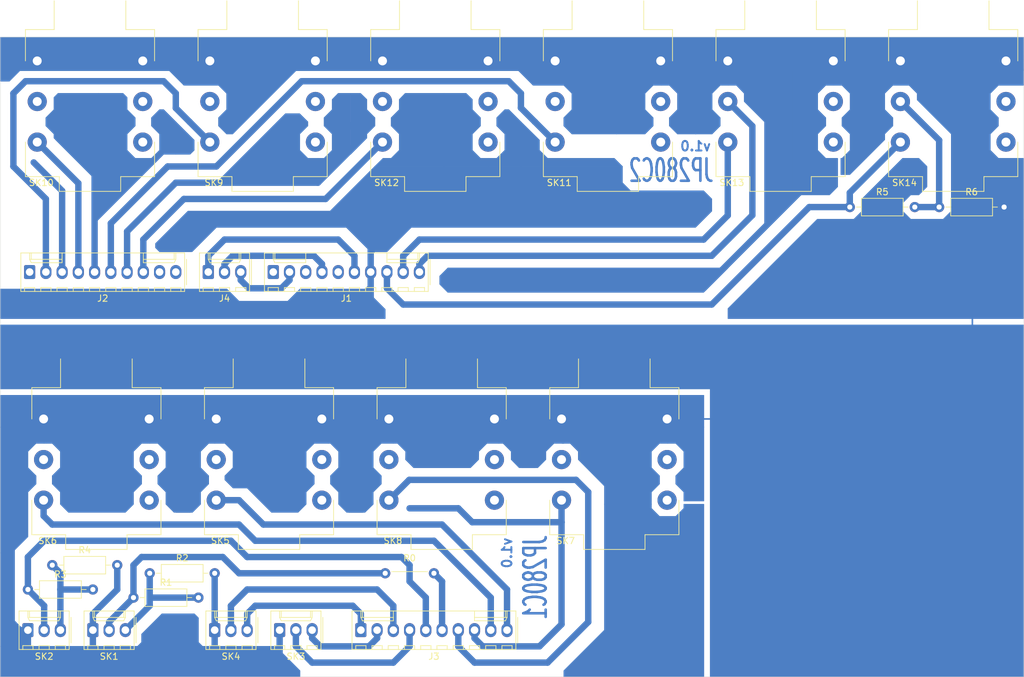
<source format=kicad_pcb>
(kicad_pcb (version 20171130) (host pcbnew 5.1.7-a382d34a8~88~ubuntu16.04.1)

  (general
    (thickness 1.6)
    (drawings 62)
    (tracks 197)
    (zones 0)
    (modules 25)
    (nets 64)
  )

  (page A4)
  (layers
    (0 F.Cu signal)
    (31 B.Cu signal)
    (32 B.Adhes user)
    (33 F.Adhes user)
    (34 B.Paste user)
    (35 F.Paste user)
    (36 B.SilkS user)
    (37 F.SilkS user)
    (38 B.Mask user)
    (39 F.Mask user)
    (40 Dwgs.User user)
    (41 Cmts.User user)
    (42 Eco1.User user)
    (43 Eco2.User user)
    (44 Edge.Cuts user)
    (45 Margin user)
    (46 B.CrtYd user)
    (47 F.CrtYd user)
    (48 B.Fab user)
    (49 F.Fab user)
  )

  (setup
    (last_trace_width 1)
    (user_trace_width 1)
    (trace_clearance 0.2)
    (zone_clearance 0.508)
    (zone_45_only no)
    (trace_min 0.2)
    (via_size 0.8)
    (via_drill 0.4)
    (via_min_size 0.4)
    (via_min_drill 0.3)
    (uvia_size 0.3)
    (uvia_drill 0.1)
    (uvias_allowed no)
    (uvia_min_size 0.2)
    (uvia_min_drill 0.1)
    (edge_width 0.1)
    (segment_width 0.2)
    (pcb_text_width 0.3)
    (pcb_text_size 1.5 1.5)
    (mod_edge_width 0.15)
    (mod_text_size 1 1)
    (mod_text_width 0.15)
    (pad_size 1.524 1.524)
    (pad_drill 0.762)
    (pad_to_mask_clearance 0)
    (aux_axis_origin 0 0)
    (visible_elements FFFFFF7F)
    (pcbplotparams
      (layerselection 0x010fc_ffffffff)
      (usegerberextensions false)
      (usegerberattributes true)
      (usegerberadvancedattributes true)
      (creategerberjobfile true)
      (excludeedgelayer true)
      (linewidth 0.100000)
      (plotframeref false)
      (viasonmask false)
      (mode 1)
      (useauxorigin false)
      (hpglpennumber 1)
      (hpglpenspeed 20)
      (hpglpendiameter 15.000000)
      (psnegative false)
      (psa4output false)
      (plotreference true)
      (plotvalue true)
      (plotinvisibletext false)
      (padsonsilk false)
      (subtractmaskfromsilk false)
      (outputformat 1)
      (mirror false)
      (drillshape 1)
      (scaleselection 1)
      (outputdirectory ""))
  )

  (net 0 "")
  (net 1 "Net-(J1-Pad10)")
  (net 2 "Net-(J1-Pad9)")
  (net 3 "Net-(J1-Pad8)")
  (net 4 "Net-(J1-Pad7)")
  (net 5 "Net-(J1-Pad6)")
  (net 6 "Net-(J1-Pad5)")
  (net 7 "Net-(J1-Pad4)")
  (net 8 "Net-(J1-Pad3)")
  (net 9 "Net-(J1-Pad2)")
  (net 10 "Net-(J1-Pad1)")
  (net 11 "Net-(J2-Pad10)")
  (net 12 "Net-(J2-Pad9)")
  (net 13 "Net-(J2-Pad8)")
  (net 14 "Net-(J2-Pad7)")
  (net 15 "Net-(J2-Pad6)")
  (net 16 "Net-(J2-Pad5)")
  (net 17 "Net-(J2-Pad4)")
  (net 18 "Net-(J2-Pad3)")
  (net 19 "Net-(J2-Pad2)")
  (net 20 "Net-(J2-Pad1)")
  (net 21 "Net-(J3-Pad10)")
  (net 22 "Net-(J3-Pad9)")
  (net 23 "Net-(J3-Pad8)")
  (net 24 "Net-(J3-Pad7)")
  (net 25 "Net-(J3-Pad6)")
  (net 26 "Net-(J3-Pad5)")
  (net 27 "Net-(J3-Pad4)")
  (net 28 "Net-(J3-Pad3)")
  (net 29 "Net-(J3-Pad2)")
  (net 30 "Net-(J3-Pad1)")
  (net 31 "Net-(R0-Pad1)")
  (net 32 "Net-(R1-Pad2)")
  (net 33 GND)
  (net 34 "Net-(R3-Pad2)")
  (net 35 "Net-(R5-Pad2)")
  (net 36 "Net-(SK5-PadR)")
  (net 37 "Net-(SK5-PadRN)")
  (net 38 "Net-(SK5-PadTN)")
  (net 39 "Net-(SK6-PadR)")
  (net 40 "Net-(SK6-PadRN)")
  (net 41 "Net-(SK6-PadTN)")
  (net 42 "Net-(SK7-PadR)")
  (net 43 "Net-(SK7-PadRN)")
  (net 44 "Net-(SK7-PadTN)")
  (net 45 "Net-(SK8-PadR)")
  (net 46 "Net-(SK8-PadRN)")
  (net 47 "Net-(SK8-PadTN)")
  (net 48 "Net-(SK9-PadR)")
  (net 49 "Net-(SK9-PadRN)")
  (net 50 "Net-(SK9-PadTN)")
  (net 51 "Net-(SK10-PadR)")
  (net 52 "Net-(SK10-PadRN)")
  (net 53 "Net-(SK10-PadTN)")
  (net 54 "Net-(SK11-PadR)")
  (net 55 "Net-(SK11-PadRN)")
  (net 56 "Net-(SK11-PadTN)")
  (net 57 "Net-(SK12-PadR)")
  (net 58 "Net-(SK12-PadRN)")
  (net 59 "Net-(SK12-PadTN)")
  (net 60 "Net-(SK13-PadRN)")
  (net 61 "Net-(SK13-PadTN)")
  (net 62 "Net-(SK14-PadRN)")
  (net 63 "Net-(SK14-PadTN)")

  (net_class Default "This is the default net class."
    (clearance 0.2)
    (trace_width 0.25)
    (via_dia 0.8)
    (via_drill 0.4)
    (uvia_dia 0.3)
    (uvia_drill 0.1)
    (add_net GND)
    (add_net "Net-(J1-Pad1)")
    (add_net "Net-(J1-Pad10)")
    (add_net "Net-(J1-Pad2)")
    (add_net "Net-(J1-Pad3)")
    (add_net "Net-(J1-Pad4)")
    (add_net "Net-(J1-Pad5)")
    (add_net "Net-(J1-Pad6)")
    (add_net "Net-(J1-Pad7)")
    (add_net "Net-(J1-Pad8)")
    (add_net "Net-(J1-Pad9)")
    (add_net "Net-(J2-Pad1)")
    (add_net "Net-(J2-Pad10)")
    (add_net "Net-(J2-Pad2)")
    (add_net "Net-(J2-Pad3)")
    (add_net "Net-(J2-Pad4)")
    (add_net "Net-(J2-Pad5)")
    (add_net "Net-(J2-Pad6)")
    (add_net "Net-(J2-Pad7)")
    (add_net "Net-(J2-Pad8)")
    (add_net "Net-(J2-Pad9)")
    (add_net "Net-(J3-Pad1)")
    (add_net "Net-(J3-Pad10)")
    (add_net "Net-(J3-Pad2)")
    (add_net "Net-(J3-Pad3)")
    (add_net "Net-(J3-Pad4)")
    (add_net "Net-(J3-Pad5)")
    (add_net "Net-(J3-Pad6)")
    (add_net "Net-(J3-Pad7)")
    (add_net "Net-(J3-Pad8)")
    (add_net "Net-(J3-Pad9)")
    (add_net "Net-(R0-Pad1)")
    (add_net "Net-(R1-Pad2)")
    (add_net "Net-(R3-Pad2)")
    (add_net "Net-(R5-Pad2)")
    (add_net "Net-(SK10-PadR)")
    (add_net "Net-(SK10-PadRN)")
    (add_net "Net-(SK10-PadTN)")
    (add_net "Net-(SK11-PadR)")
    (add_net "Net-(SK11-PadRN)")
    (add_net "Net-(SK11-PadTN)")
    (add_net "Net-(SK12-PadR)")
    (add_net "Net-(SK12-PadRN)")
    (add_net "Net-(SK12-PadTN)")
    (add_net "Net-(SK13-PadRN)")
    (add_net "Net-(SK13-PadTN)")
    (add_net "Net-(SK14-PadRN)")
    (add_net "Net-(SK14-PadTN)")
    (add_net "Net-(SK5-PadR)")
    (add_net "Net-(SK5-PadRN)")
    (add_net "Net-(SK5-PadTN)")
    (add_net "Net-(SK6-PadR)")
    (add_net "Net-(SK6-PadRN)")
    (add_net "Net-(SK6-PadTN)")
    (add_net "Net-(SK7-PadR)")
    (add_net "Net-(SK7-PadRN)")
    (add_net "Net-(SK7-PadTN)")
    (add_net "Net-(SK8-PadR)")
    (add_net "Net-(SK8-PadRN)")
    (add_net "Net-(SK8-PadTN)")
    (add_net "Net-(SK9-PadR)")
    (add_net "Net-(SK9-PadRN)")
    (add_net "Net-(SK9-PadTN)")
  )

  (module TAC:Molex_KK-254_AE-6410-10A_1x10_P2.54mm_Vertical_reversed (layer F.Cu) (tedit 5FB7B9B0) (tstamp 5FD2906B)
    (at 57.42 116.72 180)
    (descr "Molex KK-254 Interconnect System, old/engineering part number: AE-6410-10A example for new part number: 22-27-2101, 10 Pins (http://www.molex.com/pdm_docs/sd/022272021_sd.pdf), generated with kicad-footprint-generator")
    (tags "connector Molex KK-254 vertical")
    (path /5FC42E55)
    (fp_text reference J2 (at 11.43 -4.12 180) (layer F.SilkS)
      (effects (font (size 1 1) (thickness 0.15)))
    )
    (fp_text value "Ribbon Cable (B)" (at 11.43 4.08 180) (layer F.Fab)
      (effects (font (size 1 1) (thickness 0.15)))
    )
    (fp_line (start -1.27 -2.92) (end -1.27 2.88) (layer F.Fab) (width 0.1))
    (fp_line (start -1.27 2.88) (end 24.13 2.88) (layer F.Fab) (width 0.1))
    (fp_line (start 24.13 2.88) (end 24.13 -2.92) (layer F.Fab) (width 0.1))
    (fp_line (start 24.13 -2.92) (end -1.27 -2.92) (layer F.Fab) (width 0.1))
    (fp_line (start -1.38 -3.03) (end -1.38 2.99) (layer F.SilkS) (width 0.12))
    (fp_line (start -1.38 2.99) (end 24.24 2.99) (layer F.SilkS) (width 0.12))
    (fp_line (start 24.24 2.99) (end 24.24 -3.03) (layer F.SilkS) (width 0.12))
    (fp_line (start 24.24 -3.03) (end -1.38 -3.03) (layer F.SilkS) (width 0.12))
    (fp_line (start -1.67 -2) (end -1.67 2) (layer F.SilkS) (width 0.12))
    (fp_line (start -1.27 -0.5) (end -0.562893 0) (layer F.Fab) (width 0.1))
    (fp_line (start -0.562893 0) (end -1.27 0.5) (layer F.Fab) (width 0.1))
    (fp_line (start 0 2.99) (end 0 1.99) (layer F.SilkS) (width 0.12))
    (fp_line (start 0 1.99) (end 5.08 1.99) (layer F.SilkS) (width 0.12))
    (fp_line (start 5.08 1.99) (end 5.08 2.99) (layer F.SilkS) (width 0.12))
    (fp_line (start 0 1.99) (end 0.25 1.46) (layer F.SilkS) (width 0.12))
    (fp_line (start 0.25 1.46) (end 5.08 1.46) (layer F.SilkS) (width 0.12))
    (fp_line (start 5.08 1.46) (end 5.08 1.99) (layer F.SilkS) (width 0.12))
    (fp_line (start 0.25 2.99) (end 0.25 1.99) (layer F.SilkS) (width 0.12))
    (fp_line (start 22.86 2.99) (end 22.86 1.99) (layer F.SilkS) (width 0.12))
    (fp_line (start 22.86 1.99) (end 17.78 1.99) (layer F.SilkS) (width 0.12))
    (fp_line (start 17.78 1.99) (end 17.78 2.99) (layer F.SilkS) (width 0.12))
    (fp_line (start 22.86 1.99) (end 22.61 1.46) (layer F.SilkS) (width 0.12))
    (fp_line (start 22.61 1.46) (end 17.78 1.46) (layer F.SilkS) (width 0.12))
    (fp_line (start 17.78 1.46) (end 17.78 1.99) (layer F.SilkS) (width 0.12))
    (fp_line (start 22.61 2.99) (end 22.61 1.99) (layer F.SilkS) (width 0.12))
    (fp_line (start -0.8 -3.03) (end -0.8 -2.43) (layer F.SilkS) (width 0.12))
    (fp_line (start -0.8 -2.43) (end 0.8 -2.43) (layer F.SilkS) (width 0.12))
    (fp_line (start 0.8 -2.43) (end 0.8 -3.03) (layer F.SilkS) (width 0.12))
    (fp_line (start 1.74 -3.03) (end 1.74 -2.43) (layer F.SilkS) (width 0.12))
    (fp_line (start 1.74 -2.43) (end 3.34 -2.43) (layer F.SilkS) (width 0.12))
    (fp_line (start 3.34 -2.43) (end 3.34 -3.03) (layer F.SilkS) (width 0.12))
    (fp_line (start 4.28 -3.03) (end 4.28 -2.43) (layer F.SilkS) (width 0.12))
    (fp_line (start 4.28 -2.43) (end 5.88 -2.43) (layer F.SilkS) (width 0.12))
    (fp_line (start 5.88 -2.43) (end 5.88 -3.03) (layer F.SilkS) (width 0.12))
    (fp_line (start 6.82 -3.03) (end 6.82 -2.43) (layer F.SilkS) (width 0.12))
    (fp_line (start 6.82 -2.43) (end 8.42 -2.43) (layer F.SilkS) (width 0.12))
    (fp_line (start 8.42 -2.43) (end 8.42 -3.03) (layer F.SilkS) (width 0.12))
    (fp_line (start 9.36 -3.03) (end 9.36 -2.43) (layer F.SilkS) (width 0.12))
    (fp_line (start 9.36 -2.43) (end 10.96 -2.43) (layer F.SilkS) (width 0.12))
    (fp_line (start 10.96 -2.43) (end 10.96 -3.03) (layer F.SilkS) (width 0.12))
    (fp_line (start 11.9 -3.03) (end 11.9 -2.43) (layer F.SilkS) (width 0.12))
    (fp_line (start 11.9 -2.43) (end 13.5 -2.43) (layer F.SilkS) (width 0.12))
    (fp_line (start 13.5 -2.43) (end 13.5 -3.03) (layer F.SilkS) (width 0.12))
    (fp_line (start 14.44 -3.03) (end 14.44 -2.43) (layer F.SilkS) (width 0.12))
    (fp_line (start 14.44 -2.43) (end 16.04 -2.43) (layer F.SilkS) (width 0.12))
    (fp_line (start 16.04 -2.43) (end 16.04 -3.03) (layer F.SilkS) (width 0.12))
    (fp_line (start 16.98 -3.03) (end 16.98 -2.43) (layer F.SilkS) (width 0.12))
    (fp_line (start 16.98 -2.43) (end 18.58 -2.43) (layer F.SilkS) (width 0.12))
    (fp_line (start 18.58 -2.43) (end 18.58 -3.03) (layer F.SilkS) (width 0.12))
    (fp_line (start 19.52 -3.03) (end 19.52 -2.43) (layer F.SilkS) (width 0.12))
    (fp_line (start 19.52 -2.43) (end 21.12 -2.43) (layer F.SilkS) (width 0.12))
    (fp_line (start 21.12 -2.43) (end 21.12 -3.03) (layer F.SilkS) (width 0.12))
    (fp_line (start 22.06 -3.03) (end 22.06 -2.43) (layer F.SilkS) (width 0.12))
    (fp_line (start 22.06 -2.43) (end 23.66 -2.43) (layer F.SilkS) (width 0.12))
    (fp_line (start 23.66 -2.43) (end 23.66 -3.03) (layer F.SilkS) (width 0.12))
    (fp_line (start -1.77 -3.42) (end -1.77 3.38) (layer F.CrtYd) (width 0.05))
    (fp_line (start -1.77 3.38) (end 24.63 3.38) (layer F.CrtYd) (width 0.05))
    (fp_line (start 24.63 3.38) (end 24.63 -3.42) (layer F.CrtYd) (width 0.05))
    (fp_line (start 24.63 -3.42) (end -1.77 -3.42) (layer F.CrtYd) (width 0.05))
    (fp_text user %R (at 11.43 -2.22 180) (layer F.Fab)
      (effects (font (size 1 1) (thickness 0.15)))
    )
    (pad 10 thru_hole oval (at 0 0 180) (size 1.74 2.19) (drill 1.19) (layers *.Cu *.Mask)
      (net 11 "Net-(J2-Pad10)"))
    (pad 9 thru_hole oval (at 2.54 0 180) (size 1.74 2.19) (drill 1.19) (layers *.Cu *.Mask)
      (net 12 "Net-(J2-Pad9)"))
    (pad 8 thru_hole oval (at 5.08 0 180) (size 1.74 2.19) (drill 1.19) (layers *.Cu *.Mask)
      (net 13 "Net-(J2-Pad8)"))
    (pad 7 thru_hole oval (at 7.62 0 180) (size 1.74 2.19) (drill 1.19) (layers *.Cu *.Mask)
      (net 14 "Net-(J2-Pad7)"))
    (pad 6 thru_hole oval (at 10.16 0 180) (size 1.74 2.19) (drill 1.19) (layers *.Cu *.Mask)
      (net 15 "Net-(J2-Pad6)"))
    (pad 5 thru_hole oval (at 12.7 0 180) (size 1.74 2.19) (drill 1.19) (layers *.Cu *.Mask)
      (net 16 "Net-(J2-Pad5)"))
    (pad 4 thru_hole oval (at 15.24 0 180) (size 1.74 2.19) (drill 1.19) (layers *.Cu *.Mask)
      (net 17 "Net-(J2-Pad4)"))
    (pad 3 thru_hole oval (at 17.78 0 180) (size 1.74 2.19) (drill 1.19) (layers *.Cu *.Mask)
      (net 18 "Net-(J2-Pad3)"))
    (pad 2 thru_hole oval (at 20.32 0 180) (size 1.74 2.19) (drill 1.19) (layers *.Cu *.Mask)
      (net 19 "Net-(J2-Pad2)"))
    (pad 1 thru_hole roundrect (at 22.86 0 180) (size 1.74 2.19) (drill 1.19) (layers *.Cu *.Mask) (roundrect_rratio 0.144)
      (net 20 "Net-(J2-Pad1)"))
    (model ${KISYS3DMOD}/Connector_Molex.3dshapes/Molex_KK-254_AE-6410-10A_1x10_P2.54mm_Vertical.wrl
      (at (xyz 0 0 0))
      (scale (xyz 1 1 1))
      (rotate (xyz 0 0 0))
    )
  )

  (module TAC:CL13345 (layer F.Cu) (tedit 5F96A063) (tstamp 5FD29046)
    (at 125 83.7 90)
    (path /5FC3D3FC)
    (fp_text reference SK11 (at -19.05 -7.62 180) (layer F.SilkS)
      (effects (font (size 1 1) (thickness 0.15)))
    )
    (fp_text value "Left Tape 1" (at -6.35 -1.27 270) (layer F.Fab)
      (effects (font (size 1 1) (thickness 0.15)))
    )
    (fp_line (start -20.5 10.1) (end -20.5 -10.1) (layer F.CrtYd) (width 0.05))
    (fp_line (start 9.5 10.1) (end -20.5 10.1) (layer F.CrtYd) (width 0.05))
    (fp_line (start 9.5 -10.1) (end 9.5 10.1) (layer F.CrtYd) (width 0.05))
    (fp_line (start -20.5 -10.1) (end 9.5 -10.1) (layer F.CrtYd) (width 0.05))
    (fp_line (start 4.8 -10) (end 4.8 10) (layer F.Fab) (width 0.12))
    (fp_line (start 4.8 -10) (end -18 -10) (layer F.Fab) (width 0.12))
    (fp_line (start -18 -10) (end -18 10) (layer F.Fab) (width 0.12))
    (fp_line (start -18 10) (end 4.8 10) (layer F.Fab) (width 0.12))
    (fp_line (start -20.3 4.7) (end -20.3 -4.7) (layer F.Fab) (width 0.12))
    (fp_line (start -20.3 -4.7) (end -18 -4.7) (layer F.Fab) (width 0.12))
    (fp_line (start -20.3 4.7) (end -18 4.7) (layer F.Fab) (width 0.12))
    (fp_line (start 9.4 5.5) (end 9.4 -5.5) (layer F.Fab) (width 0.12))
    (fp_line (start 9.4 -5.5) (end 4.8 -5.5) (layer F.Fab) (width 0.12))
    (fp_line (start 9.4 5.5) (end 4.8 5.5) (layer F.Fab) (width 0.12))
    (fp_line (start 9.4 -5.6) (end 4.9 -5.6) (layer F.SilkS) (width 0.12))
    (fp_line (start 4.9 -5.6) (end 4.9 -10.1) (layer F.SilkS) (width 0.12))
    (fp_line (start 4.9 -10.1) (end 0 -10.1) (layer F.SilkS) (width 0.12))
    (fp_line (start 9.4 5.6) (end 4.9 5.6) (layer F.SilkS) (width 0.12))
    (fp_line (start 4.9 5.6) (end 4.9 10.1) (layer F.SilkS) (width 0.12))
    (fp_line (start 4.9 10.1) (end 0 10.1) (layer F.SilkS) (width 0.12))
    (fp_line (start -12.7 -10.1) (end -18.1 -10.1) (layer F.SilkS) (width 0.12))
    (fp_line (start -18.1 -10.1) (end -18.1 -4.8) (layer F.SilkS) (width 0.12))
    (fp_line (start -18.1 -4.8) (end -20.4 -4.8) (layer F.SilkS) (width 0.12))
    (fp_line (start -20.4 -4.8) (end -20.4 4.8) (layer F.SilkS) (width 0.12))
    (fp_line (start -20.4 4.8) (end -18.1 4.8) (layer F.SilkS) (width 0.12))
    (fp_line (start -18.1 4.8) (end -18.1 10.1) (layer F.SilkS) (width 0.12))
    (fp_line (start -18.1 10.1) (end -12.7 10.1) (layer F.SilkS) (width 0.12))
    (fp_text user Jack_6.35mm_Cliff_CL13345 (at -6.35 1.27 90) (layer F.Fab)
      (effects (font (size 1 1) (thickness 0.15)))
    )
    (pad S thru_hole circle (at 0 -8.255 180) (size 3 3) (drill 1.4) (layers *.Cu *.Mask)
      (net 33 GND))
    (pad T thru_hole circle (at -12.7 -8.255 180) (size 3 3) (drill 1.4) (layers *.Cu *.Mask)
      (net 15 "Net-(J2-Pad6)"))
    (pad R thru_hole circle (at -6.35 -8.255 180) (size 3 3) (drill 1.4) (layers *.Cu *.Mask)
      (net 54 "Net-(SK11-PadR)"))
    (pad SN thru_hole circle (at 0 8.255 180) (size 3 3) (drill 1.4) (layers *.Cu *.Mask)
      (net 33 GND))
    (pad RN thru_hole circle (at -6.35 8.255 180) (size 3 3) (drill 1.4) (layers *.Cu *.Mask)
      (net 55 "Net-(SK11-PadRN)"))
    (pad TN thru_hole circle (at -12.7 8.255 180) (size 3 3) (drill 1.4) (layers *.Cu *.Mask)
      (net 56 "Net-(SK11-PadTN)"))
    (model ${KIPRJMOD}/local-libs/local-3dmodels/CL13345.step
      (offset (xyz -18 -10 0))
      (scale (xyz 1 1 1))
      (rotate (xyz 0 0 -90))
    )
  )

  (module TAC:CL13345 (layer F.Cu) (tedit 5F96A063) (tstamp 5FD29021)
    (at 98 83.7 90)
    (path /5FC3DE3E)
    (fp_text reference SK12 (at -19.05 -7.62 180) (layer F.SilkS)
      (effects (font (size 1 1) (thickness 0.15)))
    )
    (fp_text value "Right Tape 1" (at -6.35 -1.27 270) (layer F.Fab)
      (effects (font (size 1 1) (thickness 0.15)))
    )
    (fp_line (start -20.5 10.1) (end -20.5 -10.1) (layer F.CrtYd) (width 0.05))
    (fp_line (start 9.5 10.1) (end -20.5 10.1) (layer F.CrtYd) (width 0.05))
    (fp_line (start 9.5 -10.1) (end 9.5 10.1) (layer F.CrtYd) (width 0.05))
    (fp_line (start -20.5 -10.1) (end 9.5 -10.1) (layer F.CrtYd) (width 0.05))
    (fp_line (start 4.8 -10) (end 4.8 10) (layer F.Fab) (width 0.12))
    (fp_line (start 4.8 -10) (end -18 -10) (layer F.Fab) (width 0.12))
    (fp_line (start -18 -10) (end -18 10) (layer F.Fab) (width 0.12))
    (fp_line (start -18 10) (end 4.8 10) (layer F.Fab) (width 0.12))
    (fp_line (start -20.3 4.7) (end -20.3 -4.7) (layer F.Fab) (width 0.12))
    (fp_line (start -20.3 -4.7) (end -18 -4.7) (layer F.Fab) (width 0.12))
    (fp_line (start -20.3 4.7) (end -18 4.7) (layer F.Fab) (width 0.12))
    (fp_line (start 9.4 5.5) (end 9.4 -5.5) (layer F.Fab) (width 0.12))
    (fp_line (start 9.4 -5.5) (end 4.8 -5.5) (layer F.Fab) (width 0.12))
    (fp_line (start 9.4 5.5) (end 4.8 5.5) (layer F.Fab) (width 0.12))
    (fp_line (start 9.4 -5.6) (end 4.9 -5.6) (layer F.SilkS) (width 0.12))
    (fp_line (start 4.9 -5.6) (end 4.9 -10.1) (layer F.SilkS) (width 0.12))
    (fp_line (start 4.9 -10.1) (end 0 -10.1) (layer F.SilkS) (width 0.12))
    (fp_line (start 9.4 5.6) (end 4.9 5.6) (layer F.SilkS) (width 0.12))
    (fp_line (start 4.9 5.6) (end 4.9 10.1) (layer F.SilkS) (width 0.12))
    (fp_line (start 4.9 10.1) (end 0 10.1) (layer F.SilkS) (width 0.12))
    (fp_line (start -12.7 -10.1) (end -18.1 -10.1) (layer F.SilkS) (width 0.12))
    (fp_line (start -18.1 -10.1) (end -18.1 -4.8) (layer F.SilkS) (width 0.12))
    (fp_line (start -18.1 -4.8) (end -20.4 -4.8) (layer F.SilkS) (width 0.12))
    (fp_line (start -20.4 -4.8) (end -20.4 4.8) (layer F.SilkS) (width 0.12))
    (fp_line (start -20.4 4.8) (end -18.1 4.8) (layer F.SilkS) (width 0.12))
    (fp_line (start -18.1 4.8) (end -18.1 10.1) (layer F.SilkS) (width 0.12))
    (fp_line (start -18.1 10.1) (end -12.7 10.1) (layer F.SilkS) (width 0.12))
    (fp_text user Jack_6.35mm_Cliff_CL13345 (at -6.35 1.27 90) (layer F.Fab)
      (effects (font (size 1 1) (thickness 0.15)))
    )
    (pad S thru_hole circle (at 0 -8.255 180) (size 3 3) (drill 1.4) (layers *.Cu *.Mask)
      (net 33 GND))
    (pad T thru_hole circle (at -12.7 -8.255 180) (size 3 3) (drill 1.4) (layers *.Cu *.Mask)
      (net 13 "Net-(J2-Pad8)"))
    (pad R thru_hole circle (at -6.35 -8.255 180) (size 3 3) (drill 1.4) (layers *.Cu *.Mask)
      (net 57 "Net-(SK12-PadR)"))
    (pad SN thru_hole circle (at 0 8.255 180) (size 3 3) (drill 1.4) (layers *.Cu *.Mask)
      (net 33 GND))
    (pad RN thru_hole circle (at -6.35 8.255 180) (size 3 3) (drill 1.4) (layers *.Cu *.Mask)
      (net 58 "Net-(SK12-PadRN)"))
    (pad TN thru_hole circle (at -12.7 8.255 180) (size 3 3) (drill 1.4) (layers *.Cu *.Mask)
      (net 59 "Net-(SK12-PadTN)"))
    (model ${KIPRJMOD}/local-libs/local-3dmodels/CL13345.step
      (offset (xyz -18 -10 0))
      (scale (xyz 1 1 1))
      (rotate (xyz 0 0 -90))
    )
  )

  (module Resistor_THT:R_Axial_DIN0207_L6.3mm_D2.5mm_P10.16mm_Horizontal (layer F.Cu) (tedit 5AE5139B) (tstamp 5FD2900B)
    (at 162.83 106.56)
    (descr "Resistor, Axial_DIN0207 series, Axial, Horizontal, pin pitch=10.16mm, 0.25W = 1/4W, length*diameter=6.3*2.5mm^2, http://cdn-reichelt.de/documents/datenblatt/B400/1_4W%23YAG.pdf")
    (tags "Resistor Axial_DIN0207 series Axial Horizontal pin pitch 10.16mm 0.25W = 1/4W length 6.3mm diameter 2.5mm")
    (path /5FC52D89)
    (fp_text reference R5 (at 5.08 -2.37) (layer F.SilkS)
      (effects (font (size 1 1) (thickness 0.15)))
    )
    (fp_text value 10k (at 5.08 2.37) (layer F.Fab)
      (effects (font (size 1 1) (thickness 0.15)))
    )
    (fp_line (start 1.93 -1.25) (end 1.93 1.25) (layer F.Fab) (width 0.1))
    (fp_line (start 1.93 1.25) (end 8.23 1.25) (layer F.Fab) (width 0.1))
    (fp_line (start 8.23 1.25) (end 8.23 -1.25) (layer F.Fab) (width 0.1))
    (fp_line (start 8.23 -1.25) (end 1.93 -1.25) (layer F.Fab) (width 0.1))
    (fp_line (start 0 0) (end 1.93 0) (layer F.Fab) (width 0.1))
    (fp_line (start 10.16 0) (end 8.23 0) (layer F.Fab) (width 0.1))
    (fp_line (start 1.81 -1.37) (end 1.81 1.37) (layer F.SilkS) (width 0.12))
    (fp_line (start 1.81 1.37) (end 8.35 1.37) (layer F.SilkS) (width 0.12))
    (fp_line (start 8.35 1.37) (end 8.35 -1.37) (layer F.SilkS) (width 0.12))
    (fp_line (start 8.35 -1.37) (end 1.81 -1.37) (layer F.SilkS) (width 0.12))
    (fp_line (start 1.04 0) (end 1.81 0) (layer F.SilkS) (width 0.12))
    (fp_line (start 9.12 0) (end 8.35 0) (layer F.SilkS) (width 0.12))
    (fp_line (start -1.05 -1.5) (end -1.05 1.5) (layer F.CrtYd) (width 0.05))
    (fp_line (start -1.05 1.5) (end 11.21 1.5) (layer F.CrtYd) (width 0.05))
    (fp_line (start 11.21 1.5) (end 11.21 -1.5) (layer F.CrtYd) (width 0.05))
    (fp_line (start 11.21 -1.5) (end -1.05 -1.5) (layer F.CrtYd) (width 0.05))
    (fp_text user %R (at 5.08 0) (layer F.Fab)
      (effects (font (size 1 1) (thickness 0.15)))
    )
    (pad 2 thru_hole oval (at 10.16 0) (size 1.6 1.6) (drill 0.8) (layers *.Cu *.Mask)
      (net 35 "Net-(R5-Pad2)"))
    (pad 1 thru_hole circle (at 0 0) (size 1.6 1.6) (drill 0.8) (layers *.Cu *.Mask)
      (net 3 "Net-(J1-Pad8)"))
    (model ${KISYS3DMOD}/Resistor_THT.3dshapes/R_Axial_DIN0207_L6.3mm_D2.5mm_P10.16mm_Horizontal.wrl
      (at (xyz 0 0 0))
      (scale (xyz 1 1 1))
      (rotate (xyz 0 0 0))
    )
  )

  (module TAC:CL13345 (layer F.Cu) (tedit 5F96A063) (tstamp 5FD28FE6)
    (at 71 83.7 90)
    (path /5FC3E872)
    (fp_text reference SK9 (at -19.05 -7.62 180) (layer F.SilkS)
      (effects (font (size 1 1) (thickness 0.15)))
    )
    (fp_text value "Left Tape 2" (at -6.35 -1.27 270) (layer F.Fab)
      (effects (font (size 1 1) (thickness 0.15)))
    )
    (fp_line (start -20.5 10.1) (end -20.5 -10.1) (layer F.CrtYd) (width 0.05))
    (fp_line (start 9.5 10.1) (end -20.5 10.1) (layer F.CrtYd) (width 0.05))
    (fp_line (start 9.5 -10.1) (end 9.5 10.1) (layer F.CrtYd) (width 0.05))
    (fp_line (start -20.5 -10.1) (end 9.5 -10.1) (layer F.CrtYd) (width 0.05))
    (fp_line (start 4.8 -10) (end 4.8 10) (layer F.Fab) (width 0.12))
    (fp_line (start 4.8 -10) (end -18 -10) (layer F.Fab) (width 0.12))
    (fp_line (start -18 -10) (end -18 10) (layer F.Fab) (width 0.12))
    (fp_line (start -18 10) (end 4.8 10) (layer F.Fab) (width 0.12))
    (fp_line (start -20.3 4.7) (end -20.3 -4.7) (layer F.Fab) (width 0.12))
    (fp_line (start -20.3 -4.7) (end -18 -4.7) (layer F.Fab) (width 0.12))
    (fp_line (start -20.3 4.7) (end -18 4.7) (layer F.Fab) (width 0.12))
    (fp_line (start 9.4 5.5) (end 9.4 -5.5) (layer F.Fab) (width 0.12))
    (fp_line (start 9.4 -5.5) (end 4.8 -5.5) (layer F.Fab) (width 0.12))
    (fp_line (start 9.4 5.5) (end 4.8 5.5) (layer F.Fab) (width 0.12))
    (fp_line (start 9.4 -5.6) (end 4.9 -5.6) (layer F.SilkS) (width 0.12))
    (fp_line (start 4.9 -5.6) (end 4.9 -10.1) (layer F.SilkS) (width 0.12))
    (fp_line (start 4.9 -10.1) (end 0 -10.1) (layer F.SilkS) (width 0.12))
    (fp_line (start 9.4 5.6) (end 4.9 5.6) (layer F.SilkS) (width 0.12))
    (fp_line (start 4.9 5.6) (end 4.9 10.1) (layer F.SilkS) (width 0.12))
    (fp_line (start 4.9 10.1) (end 0 10.1) (layer F.SilkS) (width 0.12))
    (fp_line (start -12.7 -10.1) (end -18.1 -10.1) (layer F.SilkS) (width 0.12))
    (fp_line (start -18.1 -10.1) (end -18.1 -4.8) (layer F.SilkS) (width 0.12))
    (fp_line (start -18.1 -4.8) (end -20.4 -4.8) (layer F.SilkS) (width 0.12))
    (fp_line (start -20.4 -4.8) (end -20.4 4.8) (layer F.SilkS) (width 0.12))
    (fp_line (start -20.4 4.8) (end -18.1 4.8) (layer F.SilkS) (width 0.12))
    (fp_line (start -18.1 4.8) (end -18.1 10.1) (layer F.SilkS) (width 0.12))
    (fp_line (start -18.1 10.1) (end -12.7 10.1) (layer F.SilkS) (width 0.12))
    (fp_text user Jack_6.35mm_Cliff_CL13345 (at -6.35 1.27 90) (layer F.Fab)
      (effects (font (size 1 1) (thickness 0.15)))
    )
    (pad S thru_hole circle (at 0 -8.255 180) (size 3 3) (drill 1.4) (layers *.Cu *.Mask)
      (net 33 GND))
    (pad T thru_hole circle (at -12.7 -8.255 180) (size 3 3) (drill 1.4) (layers *.Cu *.Mask)
      (net 19 "Net-(J2-Pad2)"))
    (pad R thru_hole circle (at -6.35 -8.255 180) (size 3 3) (drill 1.4) (layers *.Cu *.Mask)
      (net 48 "Net-(SK9-PadR)"))
    (pad SN thru_hole circle (at 0 8.255 180) (size 3 3) (drill 1.4) (layers *.Cu *.Mask)
      (net 33 GND))
    (pad RN thru_hole circle (at -6.35 8.255 180) (size 3 3) (drill 1.4) (layers *.Cu *.Mask)
      (net 49 "Net-(SK9-PadRN)"))
    (pad TN thru_hole circle (at -12.7 8.255 180) (size 3 3) (drill 1.4) (layers *.Cu *.Mask)
      (net 50 "Net-(SK9-PadTN)"))
    (model ${KIPRJMOD}/local-libs/local-3dmodels/CL13345.step
      (offset (xyz -18 -10 0))
      (scale (xyz 1 1 1))
      (rotate (xyz 0 0 -90))
    )
  )

  (module Resistor_THT:R_Axial_DIN0207_L6.3mm_D2.5mm_P10.16mm_Horizontal (layer F.Cu) (tedit 5AE5139B) (tstamp 5FD28FD0)
    (at 176.8 106.56)
    (descr "Resistor, Axial_DIN0207 series, Axial, Horizontal, pin pitch=10.16mm, 0.25W = 1/4W, length*diameter=6.3*2.5mm^2, http://cdn-reichelt.de/documents/datenblatt/B400/1_4W%23YAG.pdf")
    (tags "Resistor Axial_DIN0207 series Axial Horizontal pin pitch 10.16mm 0.25W = 1/4W length 6.3mm diameter 2.5mm")
    (path /5FC516D0)
    (fp_text reference R6 (at 5.08 -2.37) (layer F.SilkS)
      (effects (font (size 1 1) (thickness 0.15)))
    )
    (fp_text value 10R (at 5.08 2.37) (layer F.Fab)
      (effects (font (size 1 1) (thickness 0.15)))
    )
    (fp_line (start 1.93 -1.25) (end 1.93 1.25) (layer F.Fab) (width 0.1))
    (fp_line (start 1.93 1.25) (end 8.23 1.25) (layer F.Fab) (width 0.1))
    (fp_line (start 8.23 1.25) (end 8.23 -1.25) (layer F.Fab) (width 0.1))
    (fp_line (start 8.23 -1.25) (end 1.93 -1.25) (layer F.Fab) (width 0.1))
    (fp_line (start 0 0) (end 1.93 0) (layer F.Fab) (width 0.1))
    (fp_line (start 10.16 0) (end 8.23 0) (layer F.Fab) (width 0.1))
    (fp_line (start 1.81 -1.37) (end 1.81 1.37) (layer F.SilkS) (width 0.12))
    (fp_line (start 1.81 1.37) (end 8.35 1.37) (layer F.SilkS) (width 0.12))
    (fp_line (start 8.35 1.37) (end 8.35 -1.37) (layer F.SilkS) (width 0.12))
    (fp_line (start 8.35 -1.37) (end 1.81 -1.37) (layer F.SilkS) (width 0.12))
    (fp_line (start 1.04 0) (end 1.81 0) (layer F.SilkS) (width 0.12))
    (fp_line (start 9.12 0) (end 8.35 0) (layer F.SilkS) (width 0.12))
    (fp_line (start -1.05 -1.5) (end -1.05 1.5) (layer F.CrtYd) (width 0.05))
    (fp_line (start -1.05 1.5) (end 11.21 1.5) (layer F.CrtYd) (width 0.05))
    (fp_line (start 11.21 1.5) (end 11.21 -1.5) (layer F.CrtYd) (width 0.05))
    (fp_line (start 11.21 -1.5) (end -1.05 -1.5) (layer F.CrtYd) (width 0.05))
    (fp_text user %R (at 5.08 0) (layer F.Fab)
      (effects (font (size 1 1) (thickness 0.15)))
    )
    (pad 2 thru_hole oval (at 10.16 0) (size 1.6 1.6) (drill 0.8) (layers *.Cu *.Mask)
      (net 33 GND))
    (pad 1 thru_hole circle (at 0 0) (size 1.6 1.6) (drill 0.8) (layers *.Cu *.Mask)
      (net 35 "Net-(R5-Pad2)"))
    (model ${KISYS3DMOD}/Resistor_THT.3dshapes/R_Axial_DIN0207_L6.3mm_D2.5mm_P10.16mm_Horizontal.wrl
      (at (xyz 0 0 0))
      (scale (xyz 1 1 1))
      (rotate (xyz 0 0 0))
    )
  )

  (module TAC:CL13345 (layer F.Cu) (tedit 5F96A063) (tstamp 5FD28F64)
    (at 152 83.7 90)
    (path /5FC3CD6D)
    (fp_text reference SK13 (at -19.05 -7.62 180) (layer F.SilkS)
      (effects (font (size 1 1) (thickness 0.15)))
    )
    (fp_text value Talkback (at -6.35 -1.27 270) (layer F.Fab)
      (effects (font (size 1 1) (thickness 0.15)))
    )
    (fp_line (start -20.5 10.1) (end -20.5 -10.1) (layer F.CrtYd) (width 0.05))
    (fp_line (start 9.5 10.1) (end -20.5 10.1) (layer F.CrtYd) (width 0.05))
    (fp_line (start 9.5 -10.1) (end 9.5 10.1) (layer F.CrtYd) (width 0.05))
    (fp_line (start -20.5 -10.1) (end 9.5 -10.1) (layer F.CrtYd) (width 0.05))
    (fp_line (start 4.8 -10) (end 4.8 10) (layer F.Fab) (width 0.12))
    (fp_line (start 4.8 -10) (end -18 -10) (layer F.Fab) (width 0.12))
    (fp_line (start -18 -10) (end -18 10) (layer F.Fab) (width 0.12))
    (fp_line (start -18 10) (end 4.8 10) (layer F.Fab) (width 0.12))
    (fp_line (start -20.3 4.7) (end -20.3 -4.7) (layer F.Fab) (width 0.12))
    (fp_line (start -20.3 -4.7) (end -18 -4.7) (layer F.Fab) (width 0.12))
    (fp_line (start -20.3 4.7) (end -18 4.7) (layer F.Fab) (width 0.12))
    (fp_line (start 9.4 5.5) (end 9.4 -5.5) (layer F.Fab) (width 0.12))
    (fp_line (start 9.4 -5.5) (end 4.8 -5.5) (layer F.Fab) (width 0.12))
    (fp_line (start 9.4 5.5) (end 4.8 5.5) (layer F.Fab) (width 0.12))
    (fp_line (start 9.4 -5.6) (end 4.9 -5.6) (layer F.SilkS) (width 0.12))
    (fp_line (start 4.9 -5.6) (end 4.9 -10.1) (layer F.SilkS) (width 0.12))
    (fp_line (start 4.9 -10.1) (end 0 -10.1) (layer F.SilkS) (width 0.12))
    (fp_line (start 9.4 5.6) (end 4.9 5.6) (layer F.SilkS) (width 0.12))
    (fp_line (start 4.9 5.6) (end 4.9 10.1) (layer F.SilkS) (width 0.12))
    (fp_line (start 4.9 10.1) (end 0 10.1) (layer F.SilkS) (width 0.12))
    (fp_line (start -12.7 -10.1) (end -18.1 -10.1) (layer F.SilkS) (width 0.12))
    (fp_line (start -18.1 -10.1) (end -18.1 -4.8) (layer F.SilkS) (width 0.12))
    (fp_line (start -18.1 -4.8) (end -20.4 -4.8) (layer F.SilkS) (width 0.12))
    (fp_line (start -20.4 -4.8) (end -20.4 4.8) (layer F.SilkS) (width 0.12))
    (fp_line (start -20.4 4.8) (end -18.1 4.8) (layer F.SilkS) (width 0.12))
    (fp_line (start -18.1 4.8) (end -18.1 10.1) (layer F.SilkS) (width 0.12))
    (fp_line (start -18.1 10.1) (end -12.7 10.1) (layer F.SilkS) (width 0.12))
    (fp_text user Jack_6.35mm_Cliff_CL13345 (at -6.35 1.27 90) (layer F.Fab)
      (effects (font (size 1 1) (thickness 0.15)))
    )
    (pad S thru_hole circle (at 0 -8.255 180) (size 3 3) (drill 1.4) (layers *.Cu *.Mask)
      (net 33 GND))
    (pad T thru_hole circle (at -12.7 -8.255 180) (size 3 3) (drill 1.4) (layers *.Cu *.Mask)
      (net 2 "Net-(J1-Pad9)"))
    (pad R thru_hole circle (at -6.35 -8.255 180) (size 3 3) (drill 1.4) (layers *.Cu *.Mask)
      (net 1 "Net-(J1-Pad10)"))
    (pad SN thru_hole circle (at 0 8.255 180) (size 3 3) (drill 1.4) (layers *.Cu *.Mask)
      (net 33 GND))
    (pad RN thru_hole circle (at -6.35 8.255 180) (size 3 3) (drill 1.4) (layers *.Cu *.Mask)
      (net 60 "Net-(SK13-PadRN)"))
    (pad TN thru_hole circle (at -12.7 8.255 180) (size 3 3) (drill 1.4) (layers *.Cu *.Mask)
      (net 61 "Net-(SK13-PadTN)"))
    (model ${KIPRJMOD}/local-libs/local-3dmodels/CL13345.step
      (offset (xyz -18 -10 0))
      (scale (xyz 1 1 1))
      (rotate (xyz 0 0 -90))
    )
  )

  (module TAC:Molex_KK-254_AE-6410-10A_1x10_P2.54mm_Vertical_reversed (layer F.Cu) (tedit 5FB7B9B0) (tstamp 5FD28F03)
    (at 95.52 116.72 180)
    (descr "Molex KK-254 Interconnect System, old/engineering part number: AE-6410-10A example for new part number: 22-27-2101, 10 Pins (http://www.molex.com/pdm_docs/sd/022272021_sd.pdf), generated with kicad-footprint-generator")
    (tags "connector Molex KK-254 vertical")
    (path /5FC404B6)
    (fp_text reference J1 (at 11.43 -4.12 180) (layer F.SilkS)
      (effects (font (size 1 1) (thickness 0.15)))
    )
    (fp_text value "Ribbon Cable (A)" (at 11.43 4.08 180) (layer F.Fab)
      (effects (font (size 1 1) (thickness 0.15)))
    )
    (fp_line (start -1.27 -2.92) (end -1.27 2.88) (layer F.Fab) (width 0.1))
    (fp_line (start -1.27 2.88) (end 24.13 2.88) (layer F.Fab) (width 0.1))
    (fp_line (start 24.13 2.88) (end 24.13 -2.92) (layer F.Fab) (width 0.1))
    (fp_line (start 24.13 -2.92) (end -1.27 -2.92) (layer F.Fab) (width 0.1))
    (fp_line (start -1.38 -3.03) (end -1.38 2.99) (layer F.SilkS) (width 0.12))
    (fp_line (start -1.38 2.99) (end 24.24 2.99) (layer F.SilkS) (width 0.12))
    (fp_line (start 24.24 2.99) (end 24.24 -3.03) (layer F.SilkS) (width 0.12))
    (fp_line (start 24.24 -3.03) (end -1.38 -3.03) (layer F.SilkS) (width 0.12))
    (fp_line (start -1.67 -2) (end -1.67 2) (layer F.SilkS) (width 0.12))
    (fp_line (start -1.27 -0.5) (end -0.562893 0) (layer F.Fab) (width 0.1))
    (fp_line (start -0.562893 0) (end -1.27 0.5) (layer F.Fab) (width 0.1))
    (fp_line (start 0 2.99) (end 0 1.99) (layer F.SilkS) (width 0.12))
    (fp_line (start 0 1.99) (end 5.08 1.99) (layer F.SilkS) (width 0.12))
    (fp_line (start 5.08 1.99) (end 5.08 2.99) (layer F.SilkS) (width 0.12))
    (fp_line (start 0 1.99) (end 0.25 1.46) (layer F.SilkS) (width 0.12))
    (fp_line (start 0.25 1.46) (end 5.08 1.46) (layer F.SilkS) (width 0.12))
    (fp_line (start 5.08 1.46) (end 5.08 1.99) (layer F.SilkS) (width 0.12))
    (fp_line (start 0.25 2.99) (end 0.25 1.99) (layer F.SilkS) (width 0.12))
    (fp_line (start 22.86 2.99) (end 22.86 1.99) (layer F.SilkS) (width 0.12))
    (fp_line (start 22.86 1.99) (end 17.78 1.99) (layer F.SilkS) (width 0.12))
    (fp_line (start 17.78 1.99) (end 17.78 2.99) (layer F.SilkS) (width 0.12))
    (fp_line (start 22.86 1.99) (end 22.61 1.46) (layer F.SilkS) (width 0.12))
    (fp_line (start 22.61 1.46) (end 17.78 1.46) (layer F.SilkS) (width 0.12))
    (fp_line (start 17.78 1.46) (end 17.78 1.99) (layer F.SilkS) (width 0.12))
    (fp_line (start 22.61 2.99) (end 22.61 1.99) (layer F.SilkS) (width 0.12))
    (fp_line (start -0.8 -3.03) (end -0.8 -2.43) (layer F.SilkS) (width 0.12))
    (fp_line (start -0.8 -2.43) (end 0.8 -2.43) (layer F.SilkS) (width 0.12))
    (fp_line (start 0.8 -2.43) (end 0.8 -3.03) (layer F.SilkS) (width 0.12))
    (fp_line (start 1.74 -3.03) (end 1.74 -2.43) (layer F.SilkS) (width 0.12))
    (fp_line (start 1.74 -2.43) (end 3.34 -2.43) (layer F.SilkS) (width 0.12))
    (fp_line (start 3.34 -2.43) (end 3.34 -3.03) (layer F.SilkS) (width 0.12))
    (fp_line (start 4.28 -3.03) (end 4.28 -2.43) (layer F.SilkS) (width 0.12))
    (fp_line (start 4.28 -2.43) (end 5.88 -2.43) (layer F.SilkS) (width 0.12))
    (fp_line (start 5.88 -2.43) (end 5.88 -3.03) (layer F.SilkS) (width 0.12))
    (fp_line (start 6.82 -3.03) (end 6.82 -2.43) (layer F.SilkS) (width 0.12))
    (fp_line (start 6.82 -2.43) (end 8.42 -2.43) (layer F.SilkS) (width 0.12))
    (fp_line (start 8.42 -2.43) (end 8.42 -3.03) (layer F.SilkS) (width 0.12))
    (fp_line (start 9.36 -3.03) (end 9.36 -2.43) (layer F.SilkS) (width 0.12))
    (fp_line (start 9.36 -2.43) (end 10.96 -2.43) (layer F.SilkS) (width 0.12))
    (fp_line (start 10.96 -2.43) (end 10.96 -3.03) (layer F.SilkS) (width 0.12))
    (fp_line (start 11.9 -3.03) (end 11.9 -2.43) (layer F.SilkS) (width 0.12))
    (fp_line (start 11.9 -2.43) (end 13.5 -2.43) (layer F.SilkS) (width 0.12))
    (fp_line (start 13.5 -2.43) (end 13.5 -3.03) (layer F.SilkS) (width 0.12))
    (fp_line (start 14.44 -3.03) (end 14.44 -2.43) (layer F.SilkS) (width 0.12))
    (fp_line (start 14.44 -2.43) (end 16.04 -2.43) (layer F.SilkS) (width 0.12))
    (fp_line (start 16.04 -2.43) (end 16.04 -3.03) (layer F.SilkS) (width 0.12))
    (fp_line (start 16.98 -3.03) (end 16.98 -2.43) (layer F.SilkS) (width 0.12))
    (fp_line (start 16.98 -2.43) (end 18.58 -2.43) (layer F.SilkS) (width 0.12))
    (fp_line (start 18.58 -2.43) (end 18.58 -3.03) (layer F.SilkS) (width 0.12))
    (fp_line (start 19.52 -3.03) (end 19.52 -2.43) (layer F.SilkS) (width 0.12))
    (fp_line (start 19.52 -2.43) (end 21.12 -2.43) (layer F.SilkS) (width 0.12))
    (fp_line (start 21.12 -2.43) (end 21.12 -3.03) (layer F.SilkS) (width 0.12))
    (fp_line (start 22.06 -3.03) (end 22.06 -2.43) (layer F.SilkS) (width 0.12))
    (fp_line (start 22.06 -2.43) (end 23.66 -2.43) (layer F.SilkS) (width 0.12))
    (fp_line (start 23.66 -2.43) (end 23.66 -3.03) (layer F.SilkS) (width 0.12))
    (fp_line (start -1.77 -3.42) (end -1.77 3.38) (layer F.CrtYd) (width 0.05))
    (fp_line (start -1.77 3.38) (end 24.63 3.38) (layer F.CrtYd) (width 0.05))
    (fp_line (start 24.63 3.38) (end 24.63 -3.42) (layer F.CrtYd) (width 0.05))
    (fp_line (start 24.63 -3.42) (end -1.77 -3.42) (layer F.CrtYd) (width 0.05))
    (fp_text user %R (at 11.43 -2.22 180) (layer F.Fab)
      (effects (font (size 1 1) (thickness 0.15)))
    )
    (pad 10 thru_hole oval (at 0 0 180) (size 1.74 2.19) (drill 1.19) (layers *.Cu *.Mask)
      (net 1 "Net-(J1-Pad10)"))
    (pad 9 thru_hole oval (at 2.54 0 180) (size 1.74 2.19) (drill 1.19) (layers *.Cu *.Mask)
      (net 2 "Net-(J1-Pad9)"))
    (pad 8 thru_hole oval (at 5.08 0 180) (size 1.74 2.19) (drill 1.19) (layers *.Cu *.Mask)
      (net 3 "Net-(J1-Pad8)"))
    (pad 7 thru_hole oval (at 7.62 0 180) (size 1.74 2.19) (drill 1.19) (layers *.Cu *.Mask)
      (net 4 "Net-(J1-Pad7)"))
    (pad 6 thru_hole oval (at 10.16 0 180) (size 1.74 2.19) (drill 1.19) (layers *.Cu *.Mask)
      (net 5 "Net-(J1-Pad6)"))
    (pad 5 thru_hole oval (at 12.7 0 180) (size 1.74 2.19) (drill 1.19) (layers *.Cu *.Mask)
      (net 6 "Net-(J1-Pad5)"))
    (pad 4 thru_hole oval (at 15.24 0 180) (size 1.74 2.19) (drill 1.19) (layers *.Cu *.Mask)
      (net 7 "Net-(J1-Pad4)"))
    (pad 3 thru_hole oval (at 17.78 0 180) (size 1.74 2.19) (drill 1.19) (layers *.Cu *.Mask)
      (net 8 "Net-(J1-Pad3)"))
    (pad 2 thru_hole oval (at 20.32 0 180) (size 1.74 2.19) (drill 1.19) (layers *.Cu *.Mask)
      (net 9 "Net-(J1-Pad2)"))
    (pad 1 thru_hole roundrect (at 22.86 0 180) (size 1.74 2.19) (drill 1.19) (layers *.Cu *.Mask) (roundrect_rratio 0.144)
      (net 10 "Net-(J1-Pad1)"))
    (model ${KISYS3DMOD}/Connector_Molex.3dshapes/Molex_KK-254_AE-6410-10A_1x10_P2.54mm_Vertical.wrl
      (at (xyz 0 0 0))
      (scale (xyz 1 1 1))
      (rotate (xyz 0 0 0))
    )
  )

  (module TAC:CL13345 (layer F.Cu) (tedit 5F96A063) (tstamp 5FD28EDE)
    (at 179 83.7 90)
    (path /5FC3A747)
    (fp_text reference SK14 (at -19.05 -7.62 180) (layer F.SilkS)
      (effects (font (size 1 1) (thickness 0.15)))
    )
    (fp_text value OSC (at -6.35 -1.27 270) (layer F.Fab)
      (effects (font (size 1 1) (thickness 0.15)))
    )
    (fp_line (start -20.5 10.1) (end -20.5 -10.1) (layer F.CrtYd) (width 0.05))
    (fp_line (start 9.5 10.1) (end -20.5 10.1) (layer F.CrtYd) (width 0.05))
    (fp_line (start 9.5 -10.1) (end 9.5 10.1) (layer F.CrtYd) (width 0.05))
    (fp_line (start -20.5 -10.1) (end 9.5 -10.1) (layer F.CrtYd) (width 0.05))
    (fp_line (start 4.8 -10) (end 4.8 10) (layer F.Fab) (width 0.12))
    (fp_line (start 4.8 -10) (end -18 -10) (layer F.Fab) (width 0.12))
    (fp_line (start -18 -10) (end -18 10) (layer F.Fab) (width 0.12))
    (fp_line (start -18 10) (end 4.8 10) (layer F.Fab) (width 0.12))
    (fp_line (start -20.3 4.7) (end -20.3 -4.7) (layer F.Fab) (width 0.12))
    (fp_line (start -20.3 -4.7) (end -18 -4.7) (layer F.Fab) (width 0.12))
    (fp_line (start -20.3 4.7) (end -18 4.7) (layer F.Fab) (width 0.12))
    (fp_line (start 9.4 5.5) (end 9.4 -5.5) (layer F.Fab) (width 0.12))
    (fp_line (start 9.4 -5.5) (end 4.8 -5.5) (layer F.Fab) (width 0.12))
    (fp_line (start 9.4 5.5) (end 4.8 5.5) (layer F.Fab) (width 0.12))
    (fp_line (start 9.4 -5.6) (end 4.9 -5.6) (layer F.SilkS) (width 0.12))
    (fp_line (start 4.9 -5.6) (end 4.9 -10.1) (layer F.SilkS) (width 0.12))
    (fp_line (start 4.9 -10.1) (end 0 -10.1) (layer F.SilkS) (width 0.12))
    (fp_line (start 9.4 5.6) (end 4.9 5.6) (layer F.SilkS) (width 0.12))
    (fp_line (start 4.9 5.6) (end 4.9 10.1) (layer F.SilkS) (width 0.12))
    (fp_line (start 4.9 10.1) (end 0 10.1) (layer F.SilkS) (width 0.12))
    (fp_line (start -12.7 -10.1) (end -18.1 -10.1) (layer F.SilkS) (width 0.12))
    (fp_line (start -18.1 -10.1) (end -18.1 -4.8) (layer F.SilkS) (width 0.12))
    (fp_line (start -18.1 -4.8) (end -20.4 -4.8) (layer F.SilkS) (width 0.12))
    (fp_line (start -20.4 -4.8) (end -20.4 4.8) (layer F.SilkS) (width 0.12))
    (fp_line (start -20.4 4.8) (end -18.1 4.8) (layer F.SilkS) (width 0.12))
    (fp_line (start -18.1 4.8) (end -18.1 10.1) (layer F.SilkS) (width 0.12))
    (fp_line (start -18.1 10.1) (end -12.7 10.1) (layer F.SilkS) (width 0.12))
    (fp_text user Jack_6.35mm_Cliff_CL13345 (at -6.35 1.27 90) (layer F.Fab)
      (effects (font (size 1 1) (thickness 0.15)))
    )
    (pad S thru_hole circle (at 0 -8.255 180) (size 3 3) (drill 1.4) (layers *.Cu *.Mask)
      (net 33 GND))
    (pad T thru_hole circle (at -12.7 -8.255 180) (size 3 3) (drill 1.4) (layers *.Cu *.Mask)
      (net 3 "Net-(J1-Pad8)"))
    (pad R thru_hole circle (at -6.35 -8.255 180) (size 3 3) (drill 1.4) (layers *.Cu *.Mask)
      (net 35 "Net-(R5-Pad2)"))
    (pad SN thru_hole circle (at 0 8.255 180) (size 3 3) (drill 1.4) (layers *.Cu *.Mask)
      (net 33 GND))
    (pad RN thru_hole circle (at -6.35 8.255 180) (size 3 3) (drill 1.4) (layers *.Cu *.Mask)
      (net 62 "Net-(SK14-PadRN)"))
    (pad TN thru_hole circle (at -12.7 8.255 180) (size 3 3) (drill 1.4) (layers *.Cu *.Mask)
      (net 63 "Net-(SK14-PadTN)"))
    (model ${KIPRJMOD}/local-libs/local-3dmodels/CL13345.step
      (offset (xyz -18 -10 0))
      (scale (xyz 1 1 1))
      (rotate (xyz 0 0 -90))
    )
  )

  (module TAC:CL13345 (layer F.Cu) (tedit 5F96A063) (tstamp 5FD28EA5)
    (at 44 83.7 90)
    (path /5FC3F387)
    (fp_text reference SK10 (at -19.05 -7.62 180) (layer F.SilkS)
      (effects (font (size 1 1) (thickness 0.15)))
    )
    (fp_text value "Right Tape 2" (at -6.35 -1.27 270) (layer F.Fab)
      (effects (font (size 1 1) (thickness 0.15)))
    )
    (fp_line (start -20.5 10.1) (end -20.5 -10.1) (layer F.CrtYd) (width 0.05))
    (fp_line (start 9.5 10.1) (end -20.5 10.1) (layer F.CrtYd) (width 0.05))
    (fp_line (start 9.5 -10.1) (end 9.5 10.1) (layer F.CrtYd) (width 0.05))
    (fp_line (start -20.5 -10.1) (end 9.5 -10.1) (layer F.CrtYd) (width 0.05))
    (fp_line (start 4.8 -10) (end 4.8 10) (layer F.Fab) (width 0.12))
    (fp_line (start 4.8 -10) (end -18 -10) (layer F.Fab) (width 0.12))
    (fp_line (start -18 -10) (end -18 10) (layer F.Fab) (width 0.12))
    (fp_line (start -18 10) (end 4.8 10) (layer F.Fab) (width 0.12))
    (fp_line (start -20.3 4.7) (end -20.3 -4.7) (layer F.Fab) (width 0.12))
    (fp_line (start -20.3 -4.7) (end -18 -4.7) (layer F.Fab) (width 0.12))
    (fp_line (start -20.3 4.7) (end -18 4.7) (layer F.Fab) (width 0.12))
    (fp_line (start 9.4 5.5) (end 9.4 -5.5) (layer F.Fab) (width 0.12))
    (fp_line (start 9.4 -5.5) (end 4.8 -5.5) (layer F.Fab) (width 0.12))
    (fp_line (start 9.4 5.5) (end 4.8 5.5) (layer F.Fab) (width 0.12))
    (fp_line (start 9.4 -5.6) (end 4.9 -5.6) (layer F.SilkS) (width 0.12))
    (fp_line (start 4.9 -5.6) (end 4.9 -10.1) (layer F.SilkS) (width 0.12))
    (fp_line (start 4.9 -10.1) (end 0 -10.1) (layer F.SilkS) (width 0.12))
    (fp_line (start 9.4 5.6) (end 4.9 5.6) (layer F.SilkS) (width 0.12))
    (fp_line (start 4.9 5.6) (end 4.9 10.1) (layer F.SilkS) (width 0.12))
    (fp_line (start 4.9 10.1) (end 0 10.1) (layer F.SilkS) (width 0.12))
    (fp_line (start -12.7 -10.1) (end -18.1 -10.1) (layer F.SilkS) (width 0.12))
    (fp_line (start -18.1 -10.1) (end -18.1 -4.8) (layer F.SilkS) (width 0.12))
    (fp_line (start -18.1 -4.8) (end -20.4 -4.8) (layer F.SilkS) (width 0.12))
    (fp_line (start -20.4 -4.8) (end -20.4 4.8) (layer F.SilkS) (width 0.12))
    (fp_line (start -20.4 4.8) (end -18.1 4.8) (layer F.SilkS) (width 0.12))
    (fp_line (start -18.1 4.8) (end -18.1 10.1) (layer F.SilkS) (width 0.12))
    (fp_line (start -18.1 10.1) (end -12.7 10.1) (layer F.SilkS) (width 0.12))
    (fp_text user Jack_6.35mm_Cliff_CL13345 (at -6.35 1.27 90) (layer F.Fab)
      (effects (font (size 1 1) (thickness 0.15)))
    )
    (pad S thru_hole circle (at 0 -8.255 180) (size 3 3) (drill 1.4) (layers *.Cu *.Mask)
      (net 33 GND))
    (pad T thru_hole circle (at -12.7 -8.255 180) (size 3 3) (drill 1.4) (layers *.Cu *.Mask)
      (net 17 "Net-(J2-Pad4)"))
    (pad R thru_hole circle (at -6.35 -8.255 180) (size 3 3) (drill 1.4) (layers *.Cu *.Mask)
      (net 51 "Net-(SK10-PadR)"))
    (pad SN thru_hole circle (at 0 8.255 180) (size 3 3) (drill 1.4) (layers *.Cu *.Mask)
      (net 33 GND))
    (pad RN thru_hole circle (at -6.35 8.255 180) (size 3 3) (drill 1.4) (layers *.Cu *.Mask)
      (net 52 "Net-(SK10-PadRN)"))
    (pad TN thru_hole circle (at -12.7 8.255 180) (size 3 3) (drill 1.4) (layers *.Cu *.Mask)
      (net 53 "Net-(SK10-PadTN)"))
    (model ${KIPRJMOD}/local-libs/local-3dmodels/CL13345.step
      (offset (xyz -18 -10 0))
      (scale (xyz 1 1 1))
      (rotate (xyz 0 0 -90))
    )
  )

  (module TAC:Molex_KK-254_AE-6410-03A_1x03_P2.54mm_Vertical_reversed (layer F.Cu) (tedit 5FC0EAF2) (tstamp 5FD28E7C)
    (at 67.58 116.72 180)
    (descr "Molex KK-254 Interconnect System, old/engineering part number: AE-6410-03A example for new part number: 22-27-2031, 3 Pins (http://www.molex.com/pdm_docs/sd/022272021_sd.pdf), generated with kicad-footprint-generator")
    (tags "connector Molex KK-254 vertical")
    (path /5FC4B371)
    (fp_text reference J4 (at 2.54 -4.12) (layer F.SilkS)
      (effects (font (size 1 1) (thickness 0.15)))
    )
    (fp_text value Meters (at 2.54 4.08) (layer F.Fab)
      (effects (font (size 1 1) (thickness 0.15)))
    )
    (fp_line (start -1.27 -2.92) (end -1.27 2.88) (layer F.Fab) (width 0.1))
    (fp_line (start -1.27 2.88) (end 6.35 2.88) (layer F.Fab) (width 0.1))
    (fp_line (start 6.35 2.88) (end 6.35 -2.92) (layer F.Fab) (width 0.1))
    (fp_line (start 6.35 -2.92) (end -1.27 -2.92) (layer F.Fab) (width 0.1))
    (fp_line (start -1.38 -3.03) (end -1.38 2.99) (layer F.SilkS) (width 0.12))
    (fp_line (start -1.38 2.99) (end 6.46 2.99) (layer F.SilkS) (width 0.12))
    (fp_line (start 6.46 2.99) (end 6.46 -3.03) (layer F.SilkS) (width 0.12))
    (fp_line (start 6.46 -3.03) (end -1.38 -3.03) (layer F.SilkS) (width 0.12))
    (fp_line (start -1.67 -2) (end -1.67 2) (layer F.SilkS) (width 0.12))
    (fp_line (start -1.27 -0.5) (end -0.562893 0) (layer F.Fab) (width 0.1))
    (fp_line (start -0.562893 0) (end -1.27 0.5) (layer F.Fab) (width 0.1))
    (fp_line (start 0 2.99) (end 0 1.99) (layer F.SilkS) (width 0.12))
    (fp_line (start 0 1.99) (end 5.08 1.99) (layer F.SilkS) (width 0.12))
    (fp_line (start 5.08 1.99) (end 5.08 2.99) (layer F.SilkS) (width 0.12))
    (fp_line (start 0 1.99) (end 0.25 1.46) (layer F.SilkS) (width 0.12))
    (fp_line (start 0.25 1.46) (end 4.83 1.46) (layer F.SilkS) (width 0.12))
    (fp_line (start 4.83 1.46) (end 5.08 1.99) (layer F.SilkS) (width 0.12))
    (fp_line (start 0.25 2.99) (end 0.25 1.99) (layer F.SilkS) (width 0.12))
    (fp_line (start 4.83 2.99) (end 4.83 1.99) (layer F.SilkS) (width 0.12))
    (fp_line (start -0.8 -3.03) (end -0.8 -2.43) (layer F.SilkS) (width 0.12))
    (fp_line (start -0.8 -2.43) (end 0.8 -2.43) (layer F.SilkS) (width 0.12))
    (fp_line (start 0.8 -2.43) (end 0.8 -3.03) (layer F.SilkS) (width 0.12))
    (fp_line (start 1.74 -3.03) (end 1.74 -2.43) (layer F.SilkS) (width 0.12))
    (fp_line (start 1.74 -2.43) (end 3.34 -2.43) (layer F.SilkS) (width 0.12))
    (fp_line (start 3.34 -2.43) (end 3.34 -3.03) (layer F.SilkS) (width 0.12))
    (fp_line (start 4.28 -3.03) (end 4.28 -2.43) (layer F.SilkS) (width 0.12))
    (fp_line (start 4.28 -2.43) (end 5.88 -2.43) (layer F.SilkS) (width 0.12))
    (fp_line (start 5.88 -2.43) (end 5.88 -3.03) (layer F.SilkS) (width 0.12))
    (fp_line (start -1.77 -3.42) (end -1.77 3.38) (layer F.CrtYd) (width 0.05))
    (fp_line (start -1.77 3.38) (end 6.85 3.38) (layer F.CrtYd) (width 0.05))
    (fp_line (start 6.85 3.38) (end 6.85 -3.42) (layer F.CrtYd) (width 0.05))
    (fp_line (start 6.85 -3.42) (end -1.77 -3.42) (layer F.CrtYd) (width 0.05))
    (fp_text user %R (at 2.54 -2.22 180) (layer F.Fab)
      (effects (font (size 1 1) (thickness 0.15)))
    )
    (pad 1 thru_hole roundrect (at 5.08 0 180) (size 1.74 2.19) (drill 1.19) (layers *.Cu *.Mask) (roundrect_rratio 0.144)
      (net 5 "Net-(J1-Pad6)"))
    (pad 2 thru_hole oval (at 2.54 0 180) (size 1.74 2.19) (drill 1.19) (layers *.Cu *.Mask)
      (net 7 "Net-(J1-Pad4)"))
    (pad 3 thru_hole oval (at 0 0 180) (size 1.74 2.19) (drill 1.19) (layers *.Cu *.Mask)
      (net 9 "Net-(J1-Pad2)"))
    (model ${KISYS3DMOD}/Connector_Molex.3dshapes/Molex_KK-254_AE-6410-03A_1x03_P2.54mm_Vertical.wrl
      (at (xyz 0 0 0))
      (scale (xyz 1 1 1))
      (rotate (xyz 0 0 0))
    )
  )

  (module Resistor_THT:R_Axial_DIN0207_L6.3mm_D2.5mm_P10.16mm_Horizontal (layer F.Cu) (tedit 5AE5139B) (tstamp 5FD200F7)
    (at 53.34 163.83)
    (descr "Resistor, Axial_DIN0207 series, Axial, Horizontal, pin pitch=10.16mm, 0.25W = 1/4W, length*diameter=6.3*2.5mm^2, http://cdn-reichelt.de/documents/datenblatt/B400/1_4W%23YAG.pdf")
    (tags "Resistor Axial_DIN0207 series Axial Horizontal pin pitch 10.16mm 0.25W = 1/4W length 6.3mm diameter 2.5mm")
    (path /5FD72555)
    (fp_text reference R2 (at 5.08 -2.37) (layer F.SilkS)
      (effects (font (size 1 1) (thickness 0.15)))
    )
    (fp_text value 1k (at 5.08 2.37) (layer F.Fab)
      (effects (font (size 1 1) (thickness 0.15)))
    )
    (fp_line (start 1.93 -1.25) (end 1.93 1.25) (layer F.Fab) (width 0.1))
    (fp_line (start 1.93 1.25) (end 8.23 1.25) (layer F.Fab) (width 0.1))
    (fp_line (start 8.23 1.25) (end 8.23 -1.25) (layer F.Fab) (width 0.1))
    (fp_line (start 8.23 -1.25) (end 1.93 -1.25) (layer F.Fab) (width 0.1))
    (fp_line (start 0 0) (end 1.93 0) (layer F.Fab) (width 0.1))
    (fp_line (start 10.16 0) (end 8.23 0) (layer F.Fab) (width 0.1))
    (fp_line (start 1.81 -1.37) (end 1.81 1.37) (layer F.SilkS) (width 0.12))
    (fp_line (start 1.81 1.37) (end 8.35 1.37) (layer F.SilkS) (width 0.12))
    (fp_line (start 8.35 1.37) (end 8.35 -1.37) (layer F.SilkS) (width 0.12))
    (fp_line (start 8.35 -1.37) (end 1.81 -1.37) (layer F.SilkS) (width 0.12))
    (fp_line (start 1.04 0) (end 1.81 0) (layer F.SilkS) (width 0.12))
    (fp_line (start 9.12 0) (end 8.35 0) (layer F.SilkS) (width 0.12))
    (fp_line (start -1.05 -1.5) (end -1.05 1.5) (layer F.CrtYd) (width 0.05))
    (fp_line (start -1.05 1.5) (end 11.21 1.5) (layer F.CrtYd) (width 0.05))
    (fp_line (start 11.21 1.5) (end 11.21 -1.5) (layer F.CrtYd) (width 0.05))
    (fp_line (start 11.21 -1.5) (end -1.05 -1.5) (layer F.CrtYd) (width 0.05))
    (fp_text user %R (at 5.08 0) (layer F.Fab)
      (effects (font (size 1 1) (thickness 0.15)))
    )
    (pad 1 thru_hole circle (at 0 0) (size 1.6 1.6) (drill 0.8) (layers *.Cu *.Mask)
      (net 32 "Net-(R1-Pad2)"))
    (pad 2 thru_hole oval (at 10.16 0) (size 1.6 1.6) (drill 0.8) (layers *.Cu *.Mask)
      (net 33 GND))
    (model ${KISYS3DMOD}/Resistor_THT.3dshapes/R_Axial_DIN0207_L6.3mm_D2.5mm_P10.16mm_Horizontal.wrl
      (at (xyz 0 0 0))
      (scale (xyz 1 1 1))
      (rotate (xyz 0 0 0))
    )
  )

  (module Resistor_THT:R_Axial_DIN0207_L6.3mm_D2.5mm_P10.16mm_Horizontal (layer F.Cu) (tedit 5AE5139B) (tstamp 5FD200E1)
    (at 34.29 166.37)
    (descr "Resistor, Axial_DIN0207 series, Axial, Horizontal, pin pitch=10.16mm, 0.25W = 1/4W, length*diameter=6.3*2.5mm^2, http://cdn-reichelt.de/documents/datenblatt/B400/1_4W%23YAG.pdf")
    (tags "Resistor Axial_DIN0207 series Axial Horizontal pin pitch 10.16mm 0.25W = 1/4W length 6.3mm diameter 2.5mm")
    (path /5FD724D8)
    (fp_text reference R3 (at 5.08 -2.37) (layer F.SilkS)
      (effects (font (size 1 1) (thickness 0.15)))
    )
    (fp_text value 3k (at 5.08 2.37) (layer F.Fab)
      (effects (font (size 1 1) (thickness 0.15)))
    )
    (fp_line (start 1.93 -1.25) (end 1.93 1.25) (layer F.Fab) (width 0.1))
    (fp_line (start 1.93 1.25) (end 8.23 1.25) (layer F.Fab) (width 0.1))
    (fp_line (start 8.23 1.25) (end 8.23 -1.25) (layer F.Fab) (width 0.1))
    (fp_line (start 8.23 -1.25) (end 1.93 -1.25) (layer F.Fab) (width 0.1))
    (fp_line (start 0 0) (end 1.93 0) (layer F.Fab) (width 0.1))
    (fp_line (start 10.16 0) (end 8.23 0) (layer F.Fab) (width 0.1))
    (fp_line (start 1.81 -1.37) (end 1.81 1.37) (layer F.SilkS) (width 0.12))
    (fp_line (start 1.81 1.37) (end 8.35 1.37) (layer F.SilkS) (width 0.12))
    (fp_line (start 8.35 1.37) (end 8.35 -1.37) (layer F.SilkS) (width 0.12))
    (fp_line (start 8.35 -1.37) (end 1.81 -1.37) (layer F.SilkS) (width 0.12))
    (fp_line (start 1.04 0) (end 1.81 0) (layer F.SilkS) (width 0.12))
    (fp_line (start 9.12 0) (end 8.35 0) (layer F.SilkS) (width 0.12))
    (fp_line (start -1.05 -1.5) (end -1.05 1.5) (layer F.CrtYd) (width 0.05))
    (fp_line (start -1.05 1.5) (end 11.21 1.5) (layer F.CrtYd) (width 0.05))
    (fp_line (start 11.21 1.5) (end 11.21 -1.5) (layer F.CrtYd) (width 0.05))
    (fp_line (start 11.21 -1.5) (end -1.05 -1.5) (layer F.CrtYd) (width 0.05))
    (fp_text user %R (at 5.08 0) (layer F.Fab)
      (effects (font (size 1 1) (thickness 0.15)))
    )
    (pad 1 thru_hole circle (at 0 0) (size 1.6 1.6) (drill 0.8) (layers *.Cu *.Mask)
      (net 26 "Net-(J3-Pad5)"))
    (pad 2 thru_hole oval (at 10.16 0) (size 1.6 1.6) (drill 0.8) (layers *.Cu *.Mask)
      (net 34 "Net-(R3-Pad2)"))
    (model ${KISYS3DMOD}/Resistor_THT.3dshapes/R_Axial_DIN0207_L6.3mm_D2.5mm_P10.16mm_Horizontal.wrl
      (at (xyz 0 0 0))
      (scale (xyz 1 1 1))
      (rotate (xyz 0 0 0))
    )
  )

  (module TAC:Molex_KK-254_AE-6410-03A_1x03_P2.54mm_Vertical_reversed (layer F.Cu) (tedit 5FBFFF12) (tstamp 5FD200BA)
    (at 39.37 172.72 180)
    (descr "Molex KK-254 Interconnect System, old/engineering part number: AE-6410-03A example for new part number: 22-27-2031, 3 Pins (http://www.molex.com/pdm_docs/sd/022272021_sd.pdf), generated with kicad-footprint-generator")
    (tags "connector Molex KK-254 vertical")
    (path /5FD724B4)
    (fp_text reference SK2 (at 2.54 -4.12) (layer F.SilkS)
      (effects (font (size 1 1) (thickness 0.15)))
    )
    (fp_text value "Right Bus" (at 2.54 4.08) (layer F.Fab)
      (effects (font (size 1 1) (thickness 0.15)))
    )
    (fp_line (start 6.85 -3.42) (end -1.77 -3.42) (layer F.CrtYd) (width 0.05))
    (fp_line (start 6.85 3.38) (end 6.85 -3.42) (layer F.CrtYd) (width 0.05))
    (fp_line (start -1.77 3.38) (end 6.85 3.38) (layer F.CrtYd) (width 0.05))
    (fp_line (start -1.77 -3.42) (end -1.77 3.38) (layer F.CrtYd) (width 0.05))
    (fp_line (start 5.88 -2.43) (end 5.88 -3.03) (layer F.SilkS) (width 0.12))
    (fp_line (start 4.28 -2.43) (end 5.88 -2.43) (layer F.SilkS) (width 0.12))
    (fp_line (start 4.28 -3.03) (end 4.28 -2.43) (layer F.SilkS) (width 0.12))
    (fp_line (start 3.34 -2.43) (end 3.34 -3.03) (layer F.SilkS) (width 0.12))
    (fp_line (start 1.74 -2.43) (end 3.34 -2.43) (layer F.SilkS) (width 0.12))
    (fp_line (start 1.74 -3.03) (end 1.74 -2.43) (layer F.SilkS) (width 0.12))
    (fp_line (start 0.8 -2.43) (end 0.8 -3.03) (layer F.SilkS) (width 0.12))
    (fp_line (start -0.8 -2.43) (end 0.8 -2.43) (layer F.SilkS) (width 0.12))
    (fp_line (start -0.8 -3.03) (end -0.8 -2.43) (layer F.SilkS) (width 0.12))
    (fp_line (start 4.83 2.99) (end 4.83 1.99) (layer F.SilkS) (width 0.12))
    (fp_line (start 0.25 2.99) (end 0.25 1.99) (layer F.SilkS) (width 0.12))
    (fp_line (start 4.83 1.46) (end 5.08 1.99) (layer F.SilkS) (width 0.12))
    (fp_line (start 0.25 1.46) (end 4.83 1.46) (layer F.SilkS) (width 0.12))
    (fp_line (start 0 1.99) (end 0.25 1.46) (layer F.SilkS) (width 0.12))
    (fp_line (start 5.08 1.99) (end 5.08 2.99) (layer F.SilkS) (width 0.12))
    (fp_line (start 0 1.99) (end 5.08 1.99) (layer F.SilkS) (width 0.12))
    (fp_line (start 0 2.99) (end 0 1.99) (layer F.SilkS) (width 0.12))
    (fp_line (start -0.562893 0) (end -1.27 0.5) (layer F.Fab) (width 0.1))
    (fp_line (start -1.27 -0.5) (end -0.562893 0) (layer F.Fab) (width 0.1))
    (fp_line (start -1.67 -2) (end -1.67 2) (layer F.SilkS) (width 0.12))
    (fp_line (start 6.46 -3.03) (end -1.38 -3.03) (layer F.SilkS) (width 0.12))
    (fp_line (start 6.46 2.99) (end 6.46 -3.03) (layer F.SilkS) (width 0.12))
    (fp_line (start -1.38 2.99) (end 6.46 2.99) (layer F.SilkS) (width 0.12))
    (fp_line (start -1.38 -3.03) (end -1.38 2.99) (layer F.SilkS) (width 0.12))
    (fp_line (start 6.35 -2.92) (end -1.27 -2.92) (layer F.Fab) (width 0.1))
    (fp_line (start 6.35 2.88) (end 6.35 -2.92) (layer F.Fab) (width 0.1))
    (fp_line (start -1.27 2.88) (end 6.35 2.88) (layer F.Fab) (width 0.1))
    (fp_line (start -1.27 -2.92) (end -1.27 2.88) (layer F.Fab) (width 0.1))
    (fp_text user %R (at 2.54 -2.22) (layer F.Fab)
      (effects (font (size 1 1) (thickness 0.15)))
    )
    (pad 3 thru_hole oval (at 0 0 180) (size 1.74 2.19) (drill 1.19) (layers *.Cu *.Mask)
      (net 34 "Net-(R3-Pad2)"))
    (pad 2 thru_hole oval (at 2.54 0 180) (size 1.74 2.19) (drill 1.19) (layers *.Cu *.Mask)
      (net 26 "Net-(J3-Pad5)"))
    (pad 1 thru_hole roundrect (at 5.08 0 180) (size 1.74 2.19) (drill 1.19) (layers *.Cu *.Mask) (roundrect_rratio 0.144)
      (net 33 GND))
    (model ${KISYS3DMOD}/Connector_Molex.3dshapes/Molex_KK-254_AE-6410-03A_1x03_P2.54mm_Vertical.wrl
      (at (xyz 0 0 0))
      (scale (xyz 1 1 1))
      (rotate (xyz 0 0 0))
    )
  )

  (module TAC:Wire_Bridge_P7.62mm_Horizontal (layer F.Cu) (tedit 5FC1149E) (tstamp 5FD200AC)
    (at 90.17 163.83)
    (descr "Resistor, Axial_DIN0207 series, Axial, Horizontal, pin pitch=7.62mm, 0.25W = 1/4W, length*diameter=6.3*2.5mm^2, http://cdn-reichelt.de/documents/datenblatt/B400/1_4W%23YAG.pdf")
    (tags "Resistor Axial_DIN0207 series Axial Horizontal pin pitch 7.62mm 0.25W = 1/4W length 6.3mm diameter 2.5mm")
    (path /5FD7255D)
    (fp_text reference R0 (at 3.81 -2.37) (layer F.SilkS)
      (effects (font (size 1 1) (thickness 0.15)))
    )
    (fp_text value 0R (at 3.81 2.37) (layer F.Fab)
      (effects (font (size 1 1) (thickness 0.15)))
    )
    (fp_line (start 8.636 -1.016) (end -1.016 -1.016) (layer F.CrtYd) (width 0.05))
    (fp_line (start 8.636 1.016) (end 8.636 -1.016) (layer F.CrtYd) (width 0.05))
    (fp_line (start -1.016 1.016) (end 8.636 1.016) (layer F.CrtYd) (width 0.05))
    (fp_line (start -1.016 -1.016) (end -1.016 1.016) (layer F.CrtYd) (width 0.05))
    (fp_line (start 1.016 -0.254) (end 6.604 -0.254) (layer F.SilkS) (width 0.12))
    (fp_line (start 7.62 0) (end 6.96 0) (layer F.Fab) (width 0.1))
    (fp_line (start 0 0) (end 0.66 0) (layer F.Fab) (width 0.1))
    (fp_line (start 0.66 0) (end 6.96 0) (layer F.Fab) (width 0.1))
    (fp_text user %R (at 3.81 0) (layer F.Fab)
      (effects (font (size 1 1) (thickness 0.15)))
    )
    (pad 2 thru_hole oval (at 7.62 0) (size 1.6 1.6) (drill 0.8) (layers *.Cu *.Mask)
      (net 25 "Net-(J3-Pad6)"))
    (pad 1 thru_hole circle (at 0 0) (size 1.6 1.6) (drill 0.8) (layers *.Cu *.Mask)
      (net 31 "Net-(R0-Pad1)"))
    (model ${KIPRJMOD}/local-libs/local-3dmodels/Wire_Bridge_P7.62mm.step
      (offset (xyz 0 0 -3))
      (scale (xyz 1 1 1))
      (rotate (xyz 0 0 0))
    )
  )

  (module TAC:Molex_KK-254_AE-6410-03A_1x03_P2.54mm_Vertical_reversed (layer F.Cu) (tedit 5FBFFF12) (tstamp 5FD20085)
    (at 78.74 172.72 180)
    (descr "Molex KK-254 Interconnect System, old/engineering part number: AE-6410-03A example for new part number: 22-27-2031, 3 Pins (http://www.molex.com/pdm_docs/sd/022272021_sd.pdf), generated with kicad-footprint-generator")
    (tags "connector Molex KK-254 vertical")
    (path /5FD724A2)
    (fp_text reference SK3 (at 2.54 -4.12) (layer F.SilkS)
      (effects (font (size 1 1) (thickness 0.15)))
    )
    (fp_text value "Left Insert" (at 2.54 4.08) (layer F.Fab)
      (effects (font (size 1 1) (thickness 0.15)))
    )
    (fp_line (start 6.85 -3.42) (end -1.77 -3.42) (layer F.CrtYd) (width 0.05))
    (fp_line (start 6.85 3.38) (end 6.85 -3.42) (layer F.CrtYd) (width 0.05))
    (fp_line (start -1.77 3.38) (end 6.85 3.38) (layer F.CrtYd) (width 0.05))
    (fp_line (start -1.77 -3.42) (end -1.77 3.38) (layer F.CrtYd) (width 0.05))
    (fp_line (start 5.88 -2.43) (end 5.88 -3.03) (layer F.SilkS) (width 0.12))
    (fp_line (start 4.28 -2.43) (end 5.88 -2.43) (layer F.SilkS) (width 0.12))
    (fp_line (start 4.28 -3.03) (end 4.28 -2.43) (layer F.SilkS) (width 0.12))
    (fp_line (start 3.34 -2.43) (end 3.34 -3.03) (layer F.SilkS) (width 0.12))
    (fp_line (start 1.74 -2.43) (end 3.34 -2.43) (layer F.SilkS) (width 0.12))
    (fp_line (start 1.74 -3.03) (end 1.74 -2.43) (layer F.SilkS) (width 0.12))
    (fp_line (start 0.8 -2.43) (end 0.8 -3.03) (layer F.SilkS) (width 0.12))
    (fp_line (start -0.8 -2.43) (end 0.8 -2.43) (layer F.SilkS) (width 0.12))
    (fp_line (start -0.8 -3.03) (end -0.8 -2.43) (layer F.SilkS) (width 0.12))
    (fp_line (start 4.83 2.99) (end 4.83 1.99) (layer F.SilkS) (width 0.12))
    (fp_line (start 0.25 2.99) (end 0.25 1.99) (layer F.SilkS) (width 0.12))
    (fp_line (start 4.83 1.46) (end 5.08 1.99) (layer F.SilkS) (width 0.12))
    (fp_line (start 0.25 1.46) (end 4.83 1.46) (layer F.SilkS) (width 0.12))
    (fp_line (start 0 1.99) (end 0.25 1.46) (layer F.SilkS) (width 0.12))
    (fp_line (start 5.08 1.99) (end 5.08 2.99) (layer F.SilkS) (width 0.12))
    (fp_line (start 0 1.99) (end 5.08 1.99) (layer F.SilkS) (width 0.12))
    (fp_line (start 0 2.99) (end 0 1.99) (layer F.SilkS) (width 0.12))
    (fp_line (start -0.562893 0) (end -1.27 0.5) (layer F.Fab) (width 0.1))
    (fp_line (start -1.27 -0.5) (end -0.562893 0) (layer F.Fab) (width 0.1))
    (fp_line (start -1.67 -2) (end -1.67 2) (layer F.SilkS) (width 0.12))
    (fp_line (start 6.46 -3.03) (end -1.38 -3.03) (layer F.SilkS) (width 0.12))
    (fp_line (start 6.46 2.99) (end 6.46 -3.03) (layer F.SilkS) (width 0.12))
    (fp_line (start -1.38 2.99) (end 6.46 2.99) (layer F.SilkS) (width 0.12))
    (fp_line (start -1.38 -3.03) (end -1.38 2.99) (layer F.SilkS) (width 0.12))
    (fp_line (start 6.35 -2.92) (end -1.27 -2.92) (layer F.Fab) (width 0.1))
    (fp_line (start 6.35 2.88) (end 6.35 -2.92) (layer F.Fab) (width 0.1))
    (fp_line (start -1.27 2.88) (end 6.35 2.88) (layer F.Fab) (width 0.1))
    (fp_line (start -1.27 -2.92) (end -1.27 2.88) (layer F.Fab) (width 0.1))
    (fp_text user %R (at 2.54 -2.22) (layer F.Fab)
      (effects (font (size 1 1) (thickness 0.15)))
    )
    (pad 3 thru_hole oval (at 0 0 180) (size 1.74 2.19) (drill 1.19) (layers *.Cu *.Mask)
      (net 29 "Net-(J3-Pad2)"))
    (pad 2 thru_hole oval (at 2.54 0 180) (size 1.74 2.19) (drill 1.19) (layers *.Cu *.Mask)
      (net 27 "Net-(J3-Pad4)"))
    (pad 1 thru_hole roundrect (at 5.08 0 180) (size 1.74 2.19) (drill 1.19) (layers *.Cu *.Mask) (roundrect_rratio 0.144)
      (net 33 GND))
    (model ${KISYS3DMOD}/Connector_Molex.3dshapes/Molex_KK-254_AE-6410-03A_1x03_P2.54mm_Vertical.wrl
      (at (xyz 0 0 0))
      (scale (xyz 1 1 1))
      (rotate (xyz 0 0 0))
    )
  )

  (module TAC:CL13345 (layer F.Cu) (tedit 5F96A063) (tstamp 5FD20055)
    (at 72 139.7 90)
    (path /5FD724CC)
    (fp_text reference SK5 (at -19.05 -7.62 180) (layer F.SilkS)
      (effects (font (size 1 1) (thickness 0.15)))
    )
    (fp_text value "Left Monitor" (at -6.35 -1.27 270) (layer F.Fab)
      (effects (font (size 1 1) (thickness 0.15)))
    )
    (fp_line (start -18.1 10.1) (end -12.7 10.1) (layer F.SilkS) (width 0.12))
    (fp_line (start -18.1 4.8) (end -18.1 10.1) (layer F.SilkS) (width 0.12))
    (fp_line (start -20.4 4.8) (end -18.1 4.8) (layer F.SilkS) (width 0.12))
    (fp_line (start -20.4 -4.8) (end -20.4 4.8) (layer F.SilkS) (width 0.12))
    (fp_line (start -18.1 -4.8) (end -20.4 -4.8) (layer F.SilkS) (width 0.12))
    (fp_line (start -18.1 -10.1) (end -18.1 -4.8) (layer F.SilkS) (width 0.12))
    (fp_line (start -12.7 -10.1) (end -18.1 -10.1) (layer F.SilkS) (width 0.12))
    (fp_line (start 4.9 10.1) (end 0 10.1) (layer F.SilkS) (width 0.12))
    (fp_line (start 4.9 5.6) (end 4.9 10.1) (layer F.SilkS) (width 0.12))
    (fp_line (start 9.4 5.6) (end 4.9 5.6) (layer F.SilkS) (width 0.12))
    (fp_line (start 4.9 -10.1) (end 0 -10.1) (layer F.SilkS) (width 0.12))
    (fp_line (start 4.9 -5.6) (end 4.9 -10.1) (layer F.SilkS) (width 0.12))
    (fp_line (start 9.4 -5.6) (end 4.9 -5.6) (layer F.SilkS) (width 0.12))
    (fp_line (start 9.4 5.5) (end 4.8 5.5) (layer F.Fab) (width 0.12))
    (fp_line (start 9.4 -5.5) (end 4.8 -5.5) (layer F.Fab) (width 0.12))
    (fp_line (start 9.4 5.5) (end 9.4 -5.5) (layer F.Fab) (width 0.12))
    (fp_line (start -20.3 4.7) (end -18 4.7) (layer F.Fab) (width 0.12))
    (fp_line (start -20.3 -4.7) (end -18 -4.7) (layer F.Fab) (width 0.12))
    (fp_line (start -20.3 4.7) (end -20.3 -4.7) (layer F.Fab) (width 0.12))
    (fp_line (start -18 10) (end 4.8 10) (layer F.Fab) (width 0.12))
    (fp_line (start -18 -10) (end -18 10) (layer F.Fab) (width 0.12))
    (fp_line (start 4.8 -10) (end -18 -10) (layer F.Fab) (width 0.12))
    (fp_line (start 4.8 -10) (end 4.8 10) (layer F.Fab) (width 0.12))
    (fp_line (start -20.5 -10.1) (end 9.5 -10.1) (layer F.CrtYd) (width 0.05))
    (fp_line (start 9.5 -10.1) (end 9.5 10.1) (layer F.CrtYd) (width 0.05))
    (fp_line (start 9.5 10.1) (end -20.5 10.1) (layer F.CrtYd) (width 0.05))
    (fp_line (start -20.5 10.1) (end -20.5 -10.1) (layer F.CrtYd) (width 0.05))
    (fp_text user Jack_6.35mm_Cliff_CL13345 (at -6.35 1.27 90) (layer F.Fab)
      (effects (font (size 1 1) (thickness 0.15)))
    )
    (pad TN thru_hole circle (at -12.7 8.255 180) (size 3 3) (drill 1.4) (layers *.Cu *.Mask)
      (net 38 "Net-(SK5-PadTN)"))
    (pad RN thru_hole circle (at -6.35 8.255 180) (size 3 3) (drill 1.4) (layers *.Cu *.Mask)
      (net 37 "Net-(SK5-PadRN)"))
    (pad SN thru_hole circle (at 0 8.255 180) (size 3 3) (drill 1.4) (layers *.Cu *.Mask)
      (net 33 GND))
    (pad R thru_hole circle (at -6.35 -8.255 180) (size 3 3) (drill 1.4) (layers *.Cu *.Mask)
      (net 36 "Net-(SK5-PadR)"))
    (pad T thru_hole circle (at -12.7 -8.255 180) (size 3 3) (drill 1.4) (layers *.Cu *.Mask)
      (net 21 "Net-(J3-Pad10)"))
    (pad S thru_hole circle (at 0 -8.255 180) (size 3 3) (drill 1.4) (layers *.Cu *.Mask)
      (net 33 GND))
    (model ${KIPRJMOD}/local-libs/local-3dmodels/CL13345.step
      (offset (xyz -18 -10 0))
      (scale (xyz 1 1 1))
      (rotate (xyz 0 0 -90))
    )
  )

  (module Resistor_THT:R_Axial_DIN0207_L6.3mm_D2.5mm_P10.16mm_Horizontal (layer F.Cu) (tedit 5AE5139B) (tstamp 5FD2003F)
    (at 38.1 162.56)
    (descr "Resistor, Axial_DIN0207 series, Axial, Horizontal, pin pitch=10.16mm, 0.25W = 1/4W, length*diameter=6.3*2.5mm^2, http://cdn-reichelt.de/documents/datenblatt/B400/1_4W%23YAG.pdf")
    (tags "Resistor Axial_DIN0207 series Axial Horizontal pin pitch 10.16mm 0.25W = 1/4W length 6.3mm diameter 2.5mm")
    (path /5FD72538)
    (fp_text reference R4 (at 5.08 -2.37) (layer F.SilkS)
      (effects (font (size 1 1) (thickness 0.15)))
    )
    (fp_text value 1k (at 5.08 2.37) (layer F.Fab)
      (effects (font (size 1 1) (thickness 0.15)))
    )
    (fp_line (start 1.93 -1.25) (end 1.93 1.25) (layer F.Fab) (width 0.1))
    (fp_line (start 1.93 1.25) (end 8.23 1.25) (layer F.Fab) (width 0.1))
    (fp_line (start 8.23 1.25) (end 8.23 -1.25) (layer F.Fab) (width 0.1))
    (fp_line (start 8.23 -1.25) (end 1.93 -1.25) (layer F.Fab) (width 0.1))
    (fp_line (start 0 0) (end 1.93 0) (layer F.Fab) (width 0.1))
    (fp_line (start 10.16 0) (end 8.23 0) (layer F.Fab) (width 0.1))
    (fp_line (start 1.81 -1.37) (end 1.81 1.37) (layer F.SilkS) (width 0.12))
    (fp_line (start 1.81 1.37) (end 8.35 1.37) (layer F.SilkS) (width 0.12))
    (fp_line (start 8.35 1.37) (end 8.35 -1.37) (layer F.SilkS) (width 0.12))
    (fp_line (start 8.35 -1.37) (end 1.81 -1.37) (layer F.SilkS) (width 0.12))
    (fp_line (start 1.04 0) (end 1.81 0) (layer F.SilkS) (width 0.12))
    (fp_line (start 9.12 0) (end 8.35 0) (layer F.SilkS) (width 0.12))
    (fp_line (start -1.05 -1.5) (end -1.05 1.5) (layer F.CrtYd) (width 0.05))
    (fp_line (start -1.05 1.5) (end 11.21 1.5) (layer F.CrtYd) (width 0.05))
    (fp_line (start 11.21 1.5) (end 11.21 -1.5) (layer F.CrtYd) (width 0.05))
    (fp_line (start 11.21 -1.5) (end -1.05 -1.5) (layer F.CrtYd) (width 0.05))
    (fp_text user %R (at 5.08 0) (layer F.Fab)
      (effects (font (size 1 1) (thickness 0.15)))
    )
    (pad 1 thru_hole circle (at 0 0) (size 1.6 1.6) (drill 0.8) (layers *.Cu *.Mask)
      (net 34 "Net-(R3-Pad2)"))
    (pad 2 thru_hole oval (at 10.16 0) (size 1.6 1.6) (drill 0.8) (layers *.Cu *.Mask)
      (net 33 GND))
    (model ${KISYS3DMOD}/Resistor_THT.3dshapes/R_Axial_DIN0207_L6.3mm_D2.5mm_P10.16mm_Horizontal.wrl
      (at (xyz 0 0 0))
      (scale (xyz 1 1 1))
      (rotate (xyz 0 0 0))
    )
  )

  (module TAC:CL13345 (layer F.Cu) (tedit 5F96A063) (tstamp 5FD2001A)
    (at 45 139.7 90)
    (path /5FD724D2)
    (fp_text reference SK6 (at -19.05 -7.62 180) (layer F.SilkS)
      (effects (font (size 1 1) (thickness 0.15)))
    )
    (fp_text value "Right Monitor" (at -6.35 -1.27 270) (layer F.Fab)
      (effects (font (size 1 1) (thickness 0.15)))
    )
    (fp_line (start -18.1 10.1) (end -12.7 10.1) (layer F.SilkS) (width 0.12))
    (fp_line (start -18.1 4.8) (end -18.1 10.1) (layer F.SilkS) (width 0.12))
    (fp_line (start -20.4 4.8) (end -18.1 4.8) (layer F.SilkS) (width 0.12))
    (fp_line (start -20.4 -4.8) (end -20.4 4.8) (layer F.SilkS) (width 0.12))
    (fp_line (start -18.1 -4.8) (end -20.4 -4.8) (layer F.SilkS) (width 0.12))
    (fp_line (start -18.1 -10.1) (end -18.1 -4.8) (layer F.SilkS) (width 0.12))
    (fp_line (start -12.7 -10.1) (end -18.1 -10.1) (layer F.SilkS) (width 0.12))
    (fp_line (start 4.9 10.1) (end 0 10.1) (layer F.SilkS) (width 0.12))
    (fp_line (start 4.9 5.6) (end 4.9 10.1) (layer F.SilkS) (width 0.12))
    (fp_line (start 9.4 5.6) (end 4.9 5.6) (layer F.SilkS) (width 0.12))
    (fp_line (start 4.9 -10.1) (end 0 -10.1) (layer F.SilkS) (width 0.12))
    (fp_line (start 4.9 -5.6) (end 4.9 -10.1) (layer F.SilkS) (width 0.12))
    (fp_line (start 9.4 -5.6) (end 4.9 -5.6) (layer F.SilkS) (width 0.12))
    (fp_line (start 9.4 5.5) (end 4.8 5.5) (layer F.Fab) (width 0.12))
    (fp_line (start 9.4 -5.5) (end 4.8 -5.5) (layer F.Fab) (width 0.12))
    (fp_line (start 9.4 5.5) (end 9.4 -5.5) (layer F.Fab) (width 0.12))
    (fp_line (start -20.3 4.7) (end -18 4.7) (layer F.Fab) (width 0.12))
    (fp_line (start -20.3 -4.7) (end -18 -4.7) (layer F.Fab) (width 0.12))
    (fp_line (start -20.3 4.7) (end -20.3 -4.7) (layer F.Fab) (width 0.12))
    (fp_line (start -18 10) (end 4.8 10) (layer F.Fab) (width 0.12))
    (fp_line (start -18 -10) (end -18 10) (layer F.Fab) (width 0.12))
    (fp_line (start 4.8 -10) (end -18 -10) (layer F.Fab) (width 0.12))
    (fp_line (start 4.8 -10) (end 4.8 10) (layer F.Fab) (width 0.12))
    (fp_line (start -20.5 -10.1) (end 9.5 -10.1) (layer F.CrtYd) (width 0.05))
    (fp_line (start 9.5 -10.1) (end 9.5 10.1) (layer F.CrtYd) (width 0.05))
    (fp_line (start 9.5 10.1) (end -20.5 10.1) (layer F.CrtYd) (width 0.05))
    (fp_line (start -20.5 10.1) (end -20.5 -10.1) (layer F.CrtYd) (width 0.05))
    (fp_text user Jack_6.35mm_Cliff_CL13345 (at -6.35 1.27 90) (layer F.Fab)
      (effects (font (size 1 1) (thickness 0.15)))
    )
    (pad TN thru_hole circle (at -12.7 8.255 180) (size 3 3) (drill 1.4) (layers *.Cu *.Mask)
      (net 41 "Net-(SK6-PadTN)"))
    (pad RN thru_hole circle (at -6.35 8.255 180) (size 3 3) (drill 1.4) (layers *.Cu *.Mask)
      (net 40 "Net-(SK6-PadRN)"))
    (pad SN thru_hole circle (at 0 8.255 180) (size 3 3) (drill 1.4) (layers *.Cu *.Mask)
      (net 33 GND))
    (pad R thru_hole circle (at -6.35 -8.255 180) (size 3 3) (drill 1.4) (layers *.Cu *.Mask)
      (net 39 "Net-(SK6-PadR)"))
    (pad T thru_hole circle (at -12.7 -8.255 180) (size 3 3) (drill 1.4) (layers *.Cu *.Mask)
      (net 22 "Net-(J3-Pad9)"))
    (pad S thru_hole circle (at 0 -8.255 180) (size 3 3) (drill 1.4) (layers *.Cu *.Mask)
      (net 33 GND))
    (model ${KIPRJMOD}/local-libs/local-3dmodels/CL13345.step
      (offset (xyz -18 -10 0))
      (scale (xyz 1 1 1))
      (rotate (xyz 0 0 -90))
    )
  )

  (module TAC:Molex_KK-254_AE-6410-03A_1x03_P2.54mm_Vertical_reversed (layer F.Cu) (tedit 5FBFFF12) (tstamp 5FD1FFF3)
    (at 68.58 172.72 180)
    (descr "Molex KK-254 Interconnect System, old/engineering part number: AE-6410-03A example for new part number: 22-27-2031, 3 Pins (http://www.molex.com/pdm_docs/sd/022272021_sd.pdf), generated with kicad-footprint-generator")
    (tags "connector Molex KK-254 vertical")
    (path /5FD724A8)
    (fp_text reference SK4 (at 2.54 -4.12) (layer F.SilkS)
      (effects (font (size 1 1) (thickness 0.15)))
    )
    (fp_text value "Right Insert" (at 2.54 4.08) (layer F.Fab)
      (effects (font (size 1 1) (thickness 0.15)))
    )
    (fp_line (start 6.85 -3.42) (end -1.77 -3.42) (layer F.CrtYd) (width 0.05))
    (fp_line (start 6.85 3.38) (end 6.85 -3.42) (layer F.CrtYd) (width 0.05))
    (fp_line (start -1.77 3.38) (end 6.85 3.38) (layer F.CrtYd) (width 0.05))
    (fp_line (start -1.77 -3.42) (end -1.77 3.38) (layer F.CrtYd) (width 0.05))
    (fp_line (start 5.88 -2.43) (end 5.88 -3.03) (layer F.SilkS) (width 0.12))
    (fp_line (start 4.28 -2.43) (end 5.88 -2.43) (layer F.SilkS) (width 0.12))
    (fp_line (start 4.28 -3.03) (end 4.28 -2.43) (layer F.SilkS) (width 0.12))
    (fp_line (start 3.34 -2.43) (end 3.34 -3.03) (layer F.SilkS) (width 0.12))
    (fp_line (start 1.74 -2.43) (end 3.34 -2.43) (layer F.SilkS) (width 0.12))
    (fp_line (start 1.74 -3.03) (end 1.74 -2.43) (layer F.SilkS) (width 0.12))
    (fp_line (start 0.8 -2.43) (end 0.8 -3.03) (layer F.SilkS) (width 0.12))
    (fp_line (start -0.8 -2.43) (end 0.8 -2.43) (layer F.SilkS) (width 0.12))
    (fp_line (start -0.8 -3.03) (end -0.8 -2.43) (layer F.SilkS) (width 0.12))
    (fp_line (start 4.83 2.99) (end 4.83 1.99) (layer F.SilkS) (width 0.12))
    (fp_line (start 0.25 2.99) (end 0.25 1.99) (layer F.SilkS) (width 0.12))
    (fp_line (start 4.83 1.46) (end 5.08 1.99) (layer F.SilkS) (width 0.12))
    (fp_line (start 0.25 1.46) (end 4.83 1.46) (layer F.SilkS) (width 0.12))
    (fp_line (start 0 1.99) (end 0.25 1.46) (layer F.SilkS) (width 0.12))
    (fp_line (start 5.08 1.99) (end 5.08 2.99) (layer F.SilkS) (width 0.12))
    (fp_line (start 0 1.99) (end 5.08 1.99) (layer F.SilkS) (width 0.12))
    (fp_line (start 0 2.99) (end 0 1.99) (layer F.SilkS) (width 0.12))
    (fp_line (start -0.562893 0) (end -1.27 0.5) (layer F.Fab) (width 0.1))
    (fp_line (start -1.27 -0.5) (end -0.562893 0) (layer F.Fab) (width 0.1))
    (fp_line (start -1.67 -2) (end -1.67 2) (layer F.SilkS) (width 0.12))
    (fp_line (start 6.46 -3.03) (end -1.38 -3.03) (layer F.SilkS) (width 0.12))
    (fp_line (start 6.46 2.99) (end 6.46 -3.03) (layer F.SilkS) (width 0.12))
    (fp_line (start -1.38 2.99) (end 6.46 2.99) (layer F.SilkS) (width 0.12))
    (fp_line (start -1.38 -3.03) (end -1.38 2.99) (layer F.SilkS) (width 0.12))
    (fp_line (start 6.35 -2.92) (end -1.27 -2.92) (layer F.Fab) (width 0.1))
    (fp_line (start 6.35 2.88) (end 6.35 -2.92) (layer F.Fab) (width 0.1))
    (fp_line (start -1.27 2.88) (end 6.35 2.88) (layer F.Fab) (width 0.1))
    (fp_line (start -1.27 -2.92) (end -1.27 2.88) (layer F.Fab) (width 0.1))
    (fp_text user %R (at 2.54 -2.22) (layer F.Fab)
      (effects (font (size 1 1) (thickness 0.15)))
    )
    (pad 3 thru_hole oval (at 0 0 180) (size 1.74 2.19) (drill 1.19) (layers *.Cu *.Mask)
      (net 30 "Net-(J3-Pad1)"))
    (pad 2 thru_hole oval (at 2.54 0 180) (size 1.74 2.19) (drill 1.19) (layers *.Cu *.Mask)
      (net 28 "Net-(J3-Pad3)"))
    (pad 1 thru_hole roundrect (at 5.08 0 180) (size 1.74 2.19) (drill 1.19) (layers *.Cu *.Mask) (roundrect_rratio 0.144)
      (net 33 GND))
    (model ${KISYS3DMOD}/Connector_Molex.3dshapes/Molex_KK-254_AE-6410-03A_1x03_P2.54mm_Vertical.wrl
      (at (xyz 0 0 0))
      (scale (xyz 1 1 1))
      (rotate (xyz 0 0 0))
    )
  )

  (module TAC:CL13345 (layer F.Cu) (tedit 5F96A063) (tstamp 5FD1FFB8)
    (at 99 139.7 90)
    (path /5FD724C6)
    (fp_text reference SK8 (at -19.05 -7.62 180) (layer F.SilkS)
      (effects (font (size 1 1) (thickness 0.15)))
    )
    (fp_text value "Right Aux Monitor" (at -6.35 -1.27 270) (layer F.Fab)
      (effects (font (size 1 1) (thickness 0.15)))
    )
    (fp_line (start -18.1 10.1) (end -12.7 10.1) (layer F.SilkS) (width 0.12))
    (fp_line (start -18.1 4.8) (end -18.1 10.1) (layer F.SilkS) (width 0.12))
    (fp_line (start -20.4 4.8) (end -18.1 4.8) (layer F.SilkS) (width 0.12))
    (fp_line (start -20.4 -4.8) (end -20.4 4.8) (layer F.SilkS) (width 0.12))
    (fp_line (start -18.1 -4.8) (end -20.4 -4.8) (layer F.SilkS) (width 0.12))
    (fp_line (start -18.1 -10.1) (end -18.1 -4.8) (layer F.SilkS) (width 0.12))
    (fp_line (start -12.7 -10.1) (end -18.1 -10.1) (layer F.SilkS) (width 0.12))
    (fp_line (start 4.9 10.1) (end 0 10.1) (layer F.SilkS) (width 0.12))
    (fp_line (start 4.9 5.6) (end 4.9 10.1) (layer F.SilkS) (width 0.12))
    (fp_line (start 9.4 5.6) (end 4.9 5.6) (layer F.SilkS) (width 0.12))
    (fp_line (start 4.9 -10.1) (end 0 -10.1) (layer F.SilkS) (width 0.12))
    (fp_line (start 4.9 -5.6) (end 4.9 -10.1) (layer F.SilkS) (width 0.12))
    (fp_line (start 9.4 -5.6) (end 4.9 -5.6) (layer F.SilkS) (width 0.12))
    (fp_line (start 9.4 5.5) (end 4.8 5.5) (layer F.Fab) (width 0.12))
    (fp_line (start 9.4 -5.5) (end 4.8 -5.5) (layer F.Fab) (width 0.12))
    (fp_line (start 9.4 5.5) (end 9.4 -5.5) (layer F.Fab) (width 0.12))
    (fp_line (start -20.3 4.7) (end -18 4.7) (layer F.Fab) (width 0.12))
    (fp_line (start -20.3 -4.7) (end -18 -4.7) (layer F.Fab) (width 0.12))
    (fp_line (start -20.3 4.7) (end -20.3 -4.7) (layer F.Fab) (width 0.12))
    (fp_line (start -18 10) (end 4.8 10) (layer F.Fab) (width 0.12))
    (fp_line (start -18 -10) (end -18 10) (layer F.Fab) (width 0.12))
    (fp_line (start 4.8 -10) (end -18 -10) (layer F.Fab) (width 0.12))
    (fp_line (start 4.8 -10) (end 4.8 10) (layer F.Fab) (width 0.12))
    (fp_line (start -20.5 -10.1) (end 9.5 -10.1) (layer F.CrtYd) (width 0.05))
    (fp_line (start 9.5 -10.1) (end 9.5 10.1) (layer F.CrtYd) (width 0.05))
    (fp_line (start 9.5 10.1) (end -20.5 10.1) (layer F.CrtYd) (width 0.05))
    (fp_line (start -20.5 10.1) (end -20.5 -10.1) (layer F.CrtYd) (width 0.05))
    (fp_text user Jack_6.35mm_Cliff_CL13345 (at -6.35 1.27 90) (layer F.Fab)
      (effects (font (size 1 1) (thickness 0.15)))
    )
    (pad TN thru_hole circle (at -12.7 8.255 180) (size 3 3) (drill 1.4) (layers *.Cu *.Mask)
      (net 47 "Net-(SK8-PadTN)"))
    (pad RN thru_hole circle (at -6.35 8.255 180) (size 3 3) (drill 1.4) (layers *.Cu *.Mask)
      (net 46 "Net-(SK8-PadRN)"))
    (pad SN thru_hole circle (at 0 8.255 180) (size 3 3) (drill 1.4) (layers *.Cu *.Mask)
      (net 33 GND))
    (pad R thru_hole circle (at -6.35 -8.255 180) (size 3 3) (drill 1.4) (layers *.Cu *.Mask)
      (net 45 "Net-(SK8-PadR)"))
    (pad T thru_hole circle (at -12.7 -8.255 180) (size 3 3) (drill 1.4) (layers *.Cu *.Mask)
      (net 24 "Net-(J3-Pad7)"))
    (pad S thru_hole circle (at 0 -8.255 180) (size 3 3) (drill 1.4) (layers *.Cu *.Mask)
      (net 33 GND))
    (model ${KIPRJMOD}/local-libs/local-3dmodels/CL13345.step
      (offset (xyz -18 -10 0))
      (scale (xyz 1 1 1))
      (rotate (xyz 0 0 -90))
    )
  )

  (module TAC:Molex_KK-254_AE-6410-10A_1x10_P2.54mm_Vertical_reversed (layer F.Cu) (tedit 5FB7B9B0) (tstamp 5FD1FF6E)
    (at 109.22 172.72 180)
    (descr "Molex KK-254 Interconnect System, old/engineering part number: AE-6410-10A example for new part number: 22-27-2101, 10 Pins (http://www.molex.com/pdm_docs/sd/022272021_sd.pdf), generated with kicad-footprint-generator")
    (tags "connector Molex KK-254 vertical")
    (path /5FD724BA)
    (fp_text reference J3 (at 11.43 -4.12 180) (layer F.SilkS)
      (effects (font (size 1 1) (thickness 0.15)))
    )
    (fp_text value "Ribbon Cable (C)" (at 11.43 4.08 180) (layer F.Fab)
      (effects (font (size 1 1) (thickness 0.15)))
    )
    (fp_line (start -1.27 -2.92) (end -1.27 2.88) (layer F.Fab) (width 0.1))
    (fp_line (start -1.27 2.88) (end 24.13 2.88) (layer F.Fab) (width 0.1))
    (fp_line (start 24.13 2.88) (end 24.13 -2.92) (layer F.Fab) (width 0.1))
    (fp_line (start 24.13 -2.92) (end -1.27 -2.92) (layer F.Fab) (width 0.1))
    (fp_line (start -1.38 -3.03) (end -1.38 2.99) (layer F.SilkS) (width 0.12))
    (fp_line (start -1.38 2.99) (end 24.24 2.99) (layer F.SilkS) (width 0.12))
    (fp_line (start 24.24 2.99) (end 24.24 -3.03) (layer F.SilkS) (width 0.12))
    (fp_line (start 24.24 -3.03) (end -1.38 -3.03) (layer F.SilkS) (width 0.12))
    (fp_line (start -1.67 -2) (end -1.67 2) (layer F.SilkS) (width 0.12))
    (fp_line (start -1.27 -0.5) (end -0.562893 0) (layer F.Fab) (width 0.1))
    (fp_line (start -0.562893 0) (end -1.27 0.5) (layer F.Fab) (width 0.1))
    (fp_line (start 0 2.99) (end 0 1.99) (layer F.SilkS) (width 0.12))
    (fp_line (start 0 1.99) (end 5.08 1.99) (layer F.SilkS) (width 0.12))
    (fp_line (start 5.08 1.99) (end 5.08 2.99) (layer F.SilkS) (width 0.12))
    (fp_line (start 0 1.99) (end 0.25 1.46) (layer F.SilkS) (width 0.12))
    (fp_line (start 0.25 1.46) (end 5.08 1.46) (layer F.SilkS) (width 0.12))
    (fp_line (start 5.08 1.46) (end 5.08 1.99) (layer F.SilkS) (width 0.12))
    (fp_line (start 0.25 2.99) (end 0.25 1.99) (layer F.SilkS) (width 0.12))
    (fp_line (start 22.86 2.99) (end 22.86 1.99) (layer F.SilkS) (width 0.12))
    (fp_line (start 22.86 1.99) (end 17.78 1.99) (layer F.SilkS) (width 0.12))
    (fp_line (start 17.78 1.99) (end 17.78 2.99) (layer F.SilkS) (width 0.12))
    (fp_line (start 22.86 1.99) (end 22.61 1.46) (layer F.SilkS) (width 0.12))
    (fp_line (start 22.61 1.46) (end 17.78 1.46) (layer F.SilkS) (width 0.12))
    (fp_line (start 17.78 1.46) (end 17.78 1.99) (layer F.SilkS) (width 0.12))
    (fp_line (start 22.61 2.99) (end 22.61 1.99) (layer F.SilkS) (width 0.12))
    (fp_line (start -0.8 -3.03) (end -0.8 -2.43) (layer F.SilkS) (width 0.12))
    (fp_line (start -0.8 -2.43) (end 0.8 -2.43) (layer F.SilkS) (width 0.12))
    (fp_line (start 0.8 -2.43) (end 0.8 -3.03) (layer F.SilkS) (width 0.12))
    (fp_line (start 1.74 -3.03) (end 1.74 -2.43) (layer F.SilkS) (width 0.12))
    (fp_line (start 1.74 -2.43) (end 3.34 -2.43) (layer F.SilkS) (width 0.12))
    (fp_line (start 3.34 -2.43) (end 3.34 -3.03) (layer F.SilkS) (width 0.12))
    (fp_line (start 4.28 -3.03) (end 4.28 -2.43) (layer F.SilkS) (width 0.12))
    (fp_line (start 4.28 -2.43) (end 5.88 -2.43) (layer F.SilkS) (width 0.12))
    (fp_line (start 5.88 -2.43) (end 5.88 -3.03) (layer F.SilkS) (width 0.12))
    (fp_line (start 6.82 -3.03) (end 6.82 -2.43) (layer F.SilkS) (width 0.12))
    (fp_line (start 6.82 -2.43) (end 8.42 -2.43) (layer F.SilkS) (width 0.12))
    (fp_line (start 8.42 -2.43) (end 8.42 -3.03) (layer F.SilkS) (width 0.12))
    (fp_line (start 9.36 -3.03) (end 9.36 -2.43) (layer F.SilkS) (width 0.12))
    (fp_line (start 9.36 -2.43) (end 10.96 -2.43) (layer F.SilkS) (width 0.12))
    (fp_line (start 10.96 -2.43) (end 10.96 -3.03) (layer F.SilkS) (width 0.12))
    (fp_line (start 11.9 -3.03) (end 11.9 -2.43) (layer F.SilkS) (width 0.12))
    (fp_line (start 11.9 -2.43) (end 13.5 -2.43) (layer F.SilkS) (width 0.12))
    (fp_line (start 13.5 -2.43) (end 13.5 -3.03) (layer F.SilkS) (width 0.12))
    (fp_line (start 14.44 -3.03) (end 14.44 -2.43) (layer F.SilkS) (width 0.12))
    (fp_line (start 14.44 -2.43) (end 16.04 -2.43) (layer F.SilkS) (width 0.12))
    (fp_line (start 16.04 -2.43) (end 16.04 -3.03) (layer F.SilkS) (width 0.12))
    (fp_line (start 16.98 -3.03) (end 16.98 -2.43) (layer F.SilkS) (width 0.12))
    (fp_line (start 16.98 -2.43) (end 18.58 -2.43) (layer F.SilkS) (width 0.12))
    (fp_line (start 18.58 -2.43) (end 18.58 -3.03) (layer F.SilkS) (width 0.12))
    (fp_line (start 19.52 -3.03) (end 19.52 -2.43) (layer F.SilkS) (width 0.12))
    (fp_line (start 19.52 -2.43) (end 21.12 -2.43) (layer F.SilkS) (width 0.12))
    (fp_line (start 21.12 -2.43) (end 21.12 -3.03) (layer F.SilkS) (width 0.12))
    (fp_line (start 22.06 -3.03) (end 22.06 -2.43) (layer F.SilkS) (width 0.12))
    (fp_line (start 22.06 -2.43) (end 23.66 -2.43) (layer F.SilkS) (width 0.12))
    (fp_line (start 23.66 -2.43) (end 23.66 -3.03) (layer F.SilkS) (width 0.12))
    (fp_line (start -1.77 -3.42) (end -1.77 3.38) (layer F.CrtYd) (width 0.05))
    (fp_line (start -1.77 3.38) (end 24.63 3.38) (layer F.CrtYd) (width 0.05))
    (fp_line (start 24.63 3.38) (end 24.63 -3.42) (layer F.CrtYd) (width 0.05))
    (fp_line (start 24.63 -3.42) (end -1.77 -3.42) (layer F.CrtYd) (width 0.05))
    (fp_text user %R (at 11.43 -2.22 180) (layer F.Fab)
      (effects (font (size 1 1) (thickness 0.15)))
    )
    (pad 1 thru_hole roundrect (at 22.86 0 180) (size 1.74 2.19) (drill 1.19) (layers *.Cu *.Mask) (roundrect_rratio 0.144)
      (net 30 "Net-(J3-Pad1)"))
    (pad 2 thru_hole oval (at 20.32 0 180) (size 1.74 2.19) (drill 1.19) (layers *.Cu *.Mask)
      (net 29 "Net-(J3-Pad2)"))
    (pad 3 thru_hole oval (at 17.78 0 180) (size 1.74 2.19) (drill 1.19) (layers *.Cu *.Mask)
      (net 28 "Net-(J3-Pad3)"))
    (pad 4 thru_hole oval (at 15.24 0 180) (size 1.74 2.19) (drill 1.19) (layers *.Cu *.Mask)
      (net 27 "Net-(J3-Pad4)"))
    (pad 5 thru_hole oval (at 12.7 0 180) (size 1.74 2.19) (drill 1.19) (layers *.Cu *.Mask)
      (net 26 "Net-(J3-Pad5)"))
    (pad 6 thru_hole oval (at 10.16 0 180) (size 1.74 2.19) (drill 1.19) (layers *.Cu *.Mask)
      (net 25 "Net-(J3-Pad6)"))
    (pad 7 thru_hole oval (at 7.62 0 180) (size 1.74 2.19) (drill 1.19) (layers *.Cu *.Mask)
      (net 24 "Net-(J3-Pad7)"))
    (pad 8 thru_hole oval (at 5.08 0 180) (size 1.74 2.19) (drill 1.19) (layers *.Cu *.Mask)
      (net 23 "Net-(J3-Pad8)"))
    (pad 9 thru_hole oval (at 2.54 0 180) (size 1.74 2.19) (drill 1.19) (layers *.Cu *.Mask)
      (net 22 "Net-(J3-Pad9)"))
    (pad 10 thru_hole oval (at 0 0 180) (size 1.74 2.19) (drill 1.19) (layers *.Cu *.Mask)
      (net 21 "Net-(J3-Pad10)"))
    (model ${KISYS3DMOD}/Connector_Molex.3dshapes/Molex_KK-254_AE-6410-10A_1x10_P2.54mm_Vertical.wrl
      (at (xyz 0 0 0))
      (scale (xyz 1 1 1))
      (rotate (xyz 0 0 0))
    )
  )

  (module TAC:Molex_KK-254_AE-6410-03A_1x03_P2.54mm_Vertical_reversed (layer F.Cu) (tedit 5FBFFF12) (tstamp 5FD1FF47)
    (at 49.53 172.72 180)
    (descr "Molex KK-254 Interconnect System, old/engineering part number: AE-6410-03A example for new part number: 22-27-2031, 3 Pins (http://www.molex.com/pdm_docs/sd/022272021_sd.pdf), generated with kicad-footprint-generator")
    (tags "connector Molex KK-254 vertical")
    (path /5FD724AE)
    (fp_text reference SK1 (at 2.54 -4.12) (layer F.SilkS)
      (effects (font (size 1 1) (thickness 0.15)))
    )
    (fp_text value "Left Bus" (at 2.54 4.08) (layer F.Fab)
      (effects (font (size 1 1) (thickness 0.15)))
    )
    (fp_line (start 6.85 -3.42) (end -1.77 -3.42) (layer F.CrtYd) (width 0.05))
    (fp_line (start 6.85 3.38) (end 6.85 -3.42) (layer F.CrtYd) (width 0.05))
    (fp_line (start -1.77 3.38) (end 6.85 3.38) (layer F.CrtYd) (width 0.05))
    (fp_line (start -1.77 -3.42) (end -1.77 3.38) (layer F.CrtYd) (width 0.05))
    (fp_line (start 5.88 -2.43) (end 5.88 -3.03) (layer F.SilkS) (width 0.12))
    (fp_line (start 4.28 -2.43) (end 5.88 -2.43) (layer F.SilkS) (width 0.12))
    (fp_line (start 4.28 -3.03) (end 4.28 -2.43) (layer F.SilkS) (width 0.12))
    (fp_line (start 3.34 -2.43) (end 3.34 -3.03) (layer F.SilkS) (width 0.12))
    (fp_line (start 1.74 -2.43) (end 3.34 -2.43) (layer F.SilkS) (width 0.12))
    (fp_line (start 1.74 -3.03) (end 1.74 -2.43) (layer F.SilkS) (width 0.12))
    (fp_line (start 0.8 -2.43) (end 0.8 -3.03) (layer F.SilkS) (width 0.12))
    (fp_line (start -0.8 -2.43) (end 0.8 -2.43) (layer F.SilkS) (width 0.12))
    (fp_line (start -0.8 -3.03) (end -0.8 -2.43) (layer F.SilkS) (width 0.12))
    (fp_line (start 4.83 2.99) (end 4.83 1.99) (layer F.SilkS) (width 0.12))
    (fp_line (start 0.25 2.99) (end 0.25 1.99) (layer F.SilkS) (width 0.12))
    (fp_line (start 4.83 1.46) (end 5.08 1.99) (layer F.SilkS) (width 0.12))
    (fp_line (start 0.25 1.46) (end 4.83 1.46) (layer F.SilkS) (width 0.12))
    (fp_line (start 0 1.99) (end 0.25 1.46) (layer F.SilkS) (width 0.12))
    (fp_line (start 5.08 1.99) (end 5.08 2.99) (layer F.SilkS) (width 0.12))
    (fp_line (start 0 1.99) (end 5.08 1.99) (layer F.SilkS) (width 0.12))
    (fp_line (start 0 2.99) (end 0 1.99) (layer F.SilkS) (width 0.12))
    (fp_line (start -0.562893 0) (end -1.27 0.5) (layer F.Fab) (width 0.1))
    (fp_line (start -1.27 -0.5) (end -0.562893 0) (layer F.Fab) (width 0.1))
    (fp_line (start -1.67 -2) (end -1.67 2) (layer F.SilkS) (width 0.12))
    (fp_line (start 6.46 -3.03) (end -1.38 -3.03) (layer F.SilkS) (width 0.12))
    (fp_line (start 6.46 2.99) (end 6.46 -3.03) (layer F.SilkS) (width 0.12))
    (fp_line (start -1.38 2.99) (end 6.46 2.99) (layer F.SilkS) (width 0.12))
    (fp_line (start -1.38 -3.03) (end -1.38 2.99) (layer F.SilkS) (width 0.12))
    (fp_line (start 6.35 -2.92) (end -1.27 -2.92) (layer F.Fab) (width 0.1))
    (fp_line (start 6.35 2.88) (end 6.35 -2.92) (layer F.Fab) (width 0.1))
    (fp_line (start -1.27 2.88) (end 6.35 2.88) (layer F.Fab) (width 0.1))
    (fp_line (start -1.27 -2.92) (end -1.27 2.88) (layer F.Fab) (width 0.1))
    (fp_text user %R (at 2.54 -2.22) (layer F.Fab)
      (effects (font (size 1 1) (thickness 0.15)))
    )
    (pad 3 thru_hole oval (at 0 0 180) (size 1.74 2.19) (drill 1.19) (layers *.Cu *.Mask)
      (net 32 "Net-(R1-Pad2)"))
    (pad 2 thru_hole oval (at 2.54 0 180) (size 1.74 2.19) (drill 1.19) (layers *.Cu *.Mask)
      (net 31 "Net-(R0-Pad1)"))
    (pad 1 thru_hole roundrect (at 5.08 0 180) (size 1.74 2.19) (drill 1.19) (layers *.Cu *.Mask) (roundrect_rratio 0.144)
      (net 33 GND))
    (model ${KISYS3DMOD}/Connector_Molex.3dshapes/Molex_KK-254_AE-6410-03A_1x03_P2.54mm_Vertical.wrl
      (at (xyz 0 0 0))
      (scale (xyz 1 1 1))
      (rotate (xyz 0 0 0))
    )
  )

  (module TAC:CL13345 (layer F.Cu) (tedit 5F96A063) (tstamp 5FD1FEDF)
    (at 126 139.7 90)
    (path /5FD724C0)
    (fp_text reference SK7 (at -19.05 -7.62 180) (layer F.SilkS)
      (effects (font (size 1 1) (thickness 0.15)))
    )
    (fp_text value "Left Aux Monitor" (at -6.35 -1.27 270) (layer F.Fab)
      (effects (font (size 1 1) (thickness 0.15)))
    )
    (fp_line (start -18.1 10.1) (end -12.7 10.1) (layer F.SilkS) (width 0.12))
    (fp_line (start -18.1 4.8) (end -18.1 10.1) (layer F.SilkS) (width 0.12))
    (fp_line (start -20.4 4.8) (end -18.1 4.8) (layer F.SilkS) (width 0.12))
    (fp_line (start -20.4 -4.8) (end -20.4 4.8) (layer F.SilkS) (width 0.12))
    (fp_line (start -18.1 -4.8) (end -20.4 -4.8) (layer F.SilkS) (width 0.12))
    (fp_line (start -18.1 -10.1) (end -18.1 -4.8) (layer F.SilkS) (width 0.12))
    (fp_line (start -12.7 -10.1) (end -18.1 -10.1) (layer F.SilkS) (width 0.12))
    (fp_line (start 4.9 10.1) (end 0 10.1) (layer F.SilkS) (width 0.12))
    (fp_line (start 4.9 5.6) (end 4.9 10.1) (layer F.SilkS) (width 0.12))
    (fp_line (start 9.4 5.6) (end 4.9 5.6) (layer F.SilkS) (width 0.12))
    (fp_line (start 4.9 -10.1) (end 0 -10.1) (layer F.SilkS) (width 0.12))
    (fp_line (start 4.9 -5.6) (end 4.9 -10.1) (layer F.SilkS) (width 0.12))
    (fp_line (start 9.4 -5.6) (end 4.9 -5.6) (layer F.SilkS) (width 0.12))
    (fp_line (start 9.4 5.5) (end 4.8 5.5) (layer F.Fab) (width 0.12))
    (fp_line (start 9.4 -5.5) (end 4.8 -5.5) (layer F.Fab) (width 0.12))
    (fp_line (start 9.4 5.5) (end 9.4 -5.5) (layer F.Fab) (width 0.12))
    (fp_line (start -20.3 4.7) (end -18 4.7) (layer F.Fab) (width 0.12))
    (fp_line (start -20.3 -4.7) (end -18 -4.7) (layer F.Fab) (width 0.12))
    (fp_line (start -20.3 4.7) (end -20.3 -4.7) (layer F.Fab) (width 0.12))
    (fp_line (start -18 10) (end 4.8 10) (layer F.Fab) (width 0.12))
    (fp_line (start -18 -10) (end -18 10) (layer F.Fab) (width 0.12))
    (fp_line (start 4.8 -10) (end -18 -10) (layer F.Fab) (width 0.12))
    (fp_line (start 4.8 -10) (end 4.8 10) (layer F.Fab) (width 0.12))
    (fp_line (start -20.5 -10.1) (end 9.5 -10.1) (layer F.CrtYd) (width 0.05))
    (fp_line (start 9.5 -10.1) (end 9.5 10.1) (layer F.CrtYd) (width 0.05))
    (fp_line (start 9.5 10.1) (end -20.5 10.1) (layer F.CrtYd) (width 0.05))
    (fp_line (start -20.5 10.1) (end -20.5 -10.1) (layer F.CrtYd) (width 0.05))
    (fp_text user Jack_6.35mm_Cliff_CL13345 (at -6.35 1.27 90) (layer F.Fab)
      (effects (font (size 1 1) (thickness 0.15)))
    )
    (pad TN thru_hole circle (at -12.7 8.255 180) (size 3 3) (drill 1.4) (layers *.Cu *.Mask)
      (net 44 "Net-(SK7-PadTN)"))
    (pad RN thru_hole circle (at -6.35 8.255 180) (size 3 3) (drill 1.4) (layers *.Cu *.Mask)
      (net 43 "Net-(SK7-PadRN)"))
    (pad SN thru_hole circle (at 0 8.255 180) (size 3 3) (drill 1.4) (layers *.Cu *.Mask)
      (net 33 GND))
    (pad R thru_hole circle (at -6.35 -8.255 180) (size 3 3) (drill 1.4) (layers *.Cu *.Mask)
      (net 42 "Net-(SK7-PadR)"))
    (pad T thru_hole circle (at -12.7 -8.255 180) (size 3 3) (drill 1.4) (layers *.Cu *.Mask)
      (net 23 "Net-(J3-Pad8)"))
    (pad S thru_hole circle (at 0 -8.255 180) (size 3 3) (drill 1.4) (layers *.Cu *.Mask)
      (net 33 GND))
    (model ${KIPRJMOD}/local-libs/local-3dmodels/CL13345.step
      (offset (xyz -18 -10 0))
      (scale (xyz 1 1 1))
      (rotate (xyz 0 0 -90))
    )
  )

  (module Resistor_THT:R_Axial_DIN0207_L6.3mm_D2.5mm_P10.16mm_Horizontal (layer F.Cu) (tedit 5AE5139B) (tstamp 5FD1FEC9)
    (at 50.8 167.64)
    (descr "Resistor, Axial_DIN0207 series, Axial, Horizontal, pin pitch=10.16mm, 0.25W = 1/4W, length*diameter=6.3*2.5mm^2, http://cdn-reichelt.de/documents/datenblatt/B400/1_4W%23YAG.pdf")
    (tags "Resistor Axial_DIN0207 series Axial Horizontal pin pitch 10.16mm 0.25W = 1/4W length 6.3mm diameter 2.5mm")
    (path /5FD72524)
    (fp_text reference R1 (at 5.08 -2.37) (layer F.SilkS)
      (effects (font (size 1 1) (thickness 0.15)))
    )
    (fp_text value 3k (at 5.08 2.37) (layer F.Fab)
      (effects (font (size 1 1) (thickness 0.15)))
    )
    (fp_line (start 1.93 -1.25) (end 1.93 1.25) (layer F.Fab) (width 0.1))
    (fp_line (start 1.93 1.25) (end 8.23 1.25) (layer F.Fab) (width 0.1))
    (fp_line (start 8.23 1.25) (end 8.23 -1.25) (layer F.Fab) (width 0.1))
    (fp_line (start 8.23 -1.25) (end 1.93 -1.25) (layer F.Fab) (width 0.1))
    (fp_line (start 0 0) (end 1.93 0) (layer F.Fab) (width 0.1))
    (fp_line (start 10.16 0) (end 8.23 0) (layer F.Fab) (width 0.1))
    (fp_line (start 1.81 -1.37) (end 1.81 1.37) (layer F.SilkS) (width 0.12))
    (fp_line (start 1.81 1.37) (end 8.35 1.37) (layer F.SilkS) (width 0.12))
    (fp_line (start 8.35 1.37) (end 8.35 -1.37) (layer F.SilkS) (width 0.12))
    (fp_line (start 8.35 -1.37) (end 1.81 -1.37) (layer F.SilkS) (width 0.12))
    (fp_line (start 1.04 0) (end 1.81 0) (layer F.SilkS) (width 0.12))
    (fp_line (start 9.12 0) (end 8.35 0) (layer F.SilkS) (width 0.12))
    (fp_line (start -1.05 -1.5) (end -1.05 1.5) (layer F.CrtYd) (width 0.05))
    (fp_line (start -1.05 1.5) (end 11.21 1.5) (layer F.CrtYd) (width 0.05))
    (fp_line (start 11.21 1.5) (end 11.21 -1.5) (layer F.CrtYd) (width 0.05))
    (fp_line (start 11.21 -1.5) (end -1.05 -1.5) (layer F.CrtYd) (width 0.05))
    (fp_text user %R (at 5.08 0) (layer F.Fab)
      (effects (font (size 1 1) (thickness 0.15)))
    )
    (pad 1 thru_hole circle (at 0 0) (size 1.6 1.6) (drill 0.8) (layers *.Cu *.Mask)
      (net 31 "Net-(R0-Pad1)"))
    (pad 2 thru_hole oval (at 10.16 0) (size 1.6 1.6) (drill 0.8) (layers *.Cu *.Mask)
      (net 32 "Net-(R1-Pad2)"))
    (model ${KISYS3DMOD}/Resistor_THT.3dshapes/R_Axial_DIN0207_L6.3mm_D2.5mm_P10.16mm_Horizontal.wrl
      (at (xyz 0 0 0))
      (scale (xyz 1 1 1))
      (rotate (xyz 0 0 0))
    )
  )

  (gr_poly (pts (xy 87.63 120.015) (xy 90.17 122.555) (xy 90.17 124) (xy 30 124) (xy 30 119.38) (xy 65.405 119.38) (xy 67.31 121.285) (xy 74.93 121.285) (xy 76.835 119.38) (xy 86.995 119.38) (xy 87.63 118.745)) (layer B.Cu) (width 0.1))
  (gr_poly (pts (xy 190 180) (xy 141 180) (xy 141 135) (xy 30 135) (xy 30 125) (xy 190 125)) (layer B.Cu) (width 0.1))
  (gr_line (start 30 80) (end 30 124) (layer Dwgs.User) (width 0.15) (tstamp 5FD2B7FB))
  (gr_line (start 190 80) (end 30 80) (layer Dwgs.User) (width 0.15))
  (gr_line (start 190 124) (end 190 80) (layer Dwgs.User) (width 0.15))
  (gr_line (start 30 180) (end 140 180) (layer Dwgs.User) (width 0.15) (tstamp 5FD2B7FA))
  (gr_line (start 30 136) (end 30 180) (layer Dwgs.User) (width 0.15))
  (gr_line (start 140 136) (end 30 136) (layer Dwgs.User) (width 0.15))
  (gr_line (start 140 180) (end 140 136) (layer Dwgs.User) (width 0.15))
  (gr_line (start 190 124) (end 30 124) (layer Dwgs.User) (width 0.15))
  (gr_poly (pts (xy 143.83 87.51) (xy 142.56 87.51) (xy 141.29 88.78) (xy 141.29 91.32) (xy 142.56 92.59) (xy 142.56 93.86) (xy 141.29 95.13) (xy 138.7 95.13) (xy 138.7 84.97) (xy 143.83 84.97)) (layer B.Cu) (width 0.1) (tstamp 5FD28F63))
  (gr_poly (pts (xy 160.34 87.51) (xy 159.07 87.51) (xy 157.8 88.78) (xy 157.8 91.32) (xy 159.07 92.59) (xy 159.07 93.86) (xy 157.8 95.13) (xy 157.8 97.67) (xy 159.07 98.94) (xy 160.925 98.94) (xy 160.925 99.575) (xy 160.925 103.385) (xy 159.655 104.655) (xy 153.94 104.655) (xy 153.94 84.97) (xy 160.34 84.97)) (layer B.Cu) (width 0.1) (tstamp 5FD28F62))
  (gr_poly (pts (xy 153.94 104.655) (xy 149.495 109.1) (xy 149.495 93.225) (xy 146.32 90.05) (xy 146.32 88.78) (xy 145.1 87.51) (xy 143.83 87.51) (xy 143.78 84.97) (xy 153.94 84.97)) (layer B.Cu) (width 0.1) (tstamp 5FD28F61))
  (gr_poly (pts (xy 165.37 98.94) (xy 164.1 100.21) (xy 162.83 101.48) (xy 161.433 101.48) (xy 161.433 98.94) (xy 161.61 98.94) (xy 162.88 97.67) (xy 162.88 95.13) (xy 161.61 93.86) (xy 161.61 92.59) (xy 162.88 91.32) (xy 162.88 88.78) (xy 161.61 87.51) (xy 160.34 87.51) (xy 160.29 84.97) (xy 165.42 84.97)) (layer B.Cu) (width 0.1) (tstamp 5FD28F60))
  (gr_poly (pts (xy 114.29 96.0825) (xy 114.29 97.67) (xy 115.56 98.94) (xy 126 98.94) (xy 127.27 100.21) (xy 111.395 100.21) (xy 111.395 93.225)) (layer B.Cu) (width 0.1) (tstamp 5FD28F5F))
  (gr_poly (pts (xy 133.34 87.51) (xy 132.07 87.51) (xy 130.8 88.78) (xy 130.8 91.32) (xy 132.07 92.59) (xy 132.07 93.86) (xy 130.8 95.13) (xy 126.355 95.13) (xy 126.355 84.97) (xy 133.34 84.97)) (layer B.Cu) (width 0.1) (tstamp 5FD28F5E))
  (gr_poly (pts (xy 126.355 95.13) (xy 119.37 95.13) (xy 118.1 93.86) (xy 118.1 92.59) (xy 119.37 91.32) (xy 119.37 88.78) (xy 118.1 87.51) (xy 113.3 87.51) (xy 110.76 84.97) (xy 126.355 84.97)) (layer B.Cu) (width 0.1) (tstamp 5FD28F5D))
  (gr_poly (pts (xy 138.75 95.13) (xy 135.88 95.13) (xy 134.61 93.86) (xy 134.61 92.59) (xy 135.88 91.32) (xy 135.88 88.78) (xy 134.61 87.51) (xy 133.34 87.51) (xy 133.34 84.97) (xy 138.7 84.97)) (layer B.Cu) (width 0.1) (tstamp 5FD28F5C))
  (gr_poly (pts (xy 102.8225 88.78) (xy 103.8 89.7325) (xy 103.8 91.32) (xy 105.07 92.59) (xy 105.07 93.86) (xy 103.8 95.13) (xy 103.8 97.67) (xy 105.07 98.94) (xy 106.34 98.94) (xy 106.34 100.21) (xy 99.355 100.21) (xy 99.33 88.78)) (layer B.Cu) (width 0.1) (tstamp 5FD28F5B))
  (gr_poly (pts (xy 99.33 100.21) (xy 88.535 100.21) (xy 89.83 98.94) (xy 91.1 98.94) (xy 92.37 97.67) (xy 92.37 95.13) (xy 91.1 93.86) (xy 91.1 92.59) (xy 92.37 91.32) (xy 92.37 89.7325) (xy 93.2975 88.78) (xy 99.33 88.78)) (layer B.Cu) (width 0.1) (tstamp 5FD28F5A))
  (gr_poly (pts (xy 111.42 100.21) (xy 106.34 100.21) (xy 106.34 98.94) (xy 107.61 98.94) (xy 108.88 97.67) (xy 108.88 95.13) (xy 107.61 93.86) (xy 107.61 92.59) (xy 108.88 91.32) (xy 109.49 91.32) (xy 111.395 93.225)) (layer B.Cu) (width 0.1) (tstamp 5FD28F59))
  (gr_poly (pts (xy 76.47 84.97) (xy 66.31 95.13) (xy 65.37 95.13) (xy 64.1 93.86) (xy 64.1 92.59) (xy 65.37 91.32) (xy 65.37 88.78) (xy 64.1 87.51) (xy 58.69 87.51) (xy 56.15 84.97)) (layer B.Cu) (width 0.1) (tstamp 5FD28F58))
  (gr_line (start 190 80) (end 30 80) (layer Edge.Cuts) (width 0.05) (tstamp 5FD28F57))
  (gr_poly (pts (xy 174.895 100.21) (xy 174.895 103.385) (xy 173.625 104.655) (xy 172.355 104.655) (xy 171.085 105.925) (xy 171.085 107.195) (xy 172.355 108.465) (xy 163.465 108.465) (xy 164.735 107.195) (xy 164.735 105.29) (xy 171.085 98.94) (xy 173.625 98.94)) (layer B.Cu) (width 0.1) (tstamp 5FD28F56))
  (gr_text v1.0 (at 138.7 97.035) (layer B.Cu) (tstamp 5FD28F55)
    (effects (font (size 1.5 1.5) (thickness 0.3)) (justify mirror))
  )
  (gr_poly (pts (xy 190 124) (xy 143.78 124) (xy 143.78 122.435) (xy 157.75 108.465) (xy 190 108.465)) (layer B.Cu) (width 0.1) (tstamp 5FD28F54))
  (gr_poly (pts (xy 127.27 102.75) (xy 128.54 104.02) (xy 139.97 104.02) (xy 141.24 105.29) (xy 141.24 107.195) (xy 138.7 109.735) (xy 94.25 109.735) (xy 90.44 113.545) (xy 88.535 113.545) (xy 87.9 114.18) (xy 87.9 113.545) (xy 84.09 109.735) (xy 63.77 109.735) (xy 59.96 113.545) (xy 54.88 113.545) (xy 54.245 112.91) (xy 54.245 112.275) (xy 59.325 107.195) (xy 81.55 107.195) (xy 88.535 100.21) (xy 127.27 100.21)) (layer B.Cu) (width 0.1) (tstamp 5FD28F53))
  (gr_poly (pts (xy 139.97 119.895) (xy 99.965 119.895) (xy 98.695 118.625) (xy 98.695 117.355) (xy 99.965 116.085) (xy 143.78 116.085)) (layer B.Cu) (width 0.1) (tstamp 5FD28F52))
  (gr_poly (pts (xy 86.3125 88.78) (xy 87.29 89.7325) (xy 87.29 91.32) (xy 88.56 92.59) (xy 88.56 93.86) (xy 87.29 95.13) (xy 87.29 95.765) (xy 84.75 98.305) (xy 84.75 88.78)) (layer B.Cu) (width 0.1) (tstamp 5FD28F51))
  (gr_poly (pts (xy 84.725 97.67) (xy 79.645 102.75) (xy 79.645 98.94) (xy 80.61 98.94) (xy 81.88 97.67) (xy 81.88 95.13) (xy 80.61 93.86) (xy 80.61 92.59) (xy 81.88 91.32) (xy 81.88 89.7325) (xy 82.82 88.78) (xy 84.725 88.78)) (layer B.Cu) (width 0.1) (tstamp 5FD28F50))
  (gr_poly (pts (xy 76.7875 91.955) (xy 78.07 93.225) (xy 78.07 93.86) (xy 76.8 95.13) (xy 76.8 97.67) (xy 78.07 98.94) (xy 79.645 98.94) (xy 79.645 102.75) (xy 63.77 102.75) (xy 74.565 91.955)) (layer B.Cu) (width 0.1) (tstamp 5FD28F4F))
  (gr_poly (pts (xy 60.29 96.0825) (xy 60.29 97.67) (xy 59.6425 98.305) (xy 57.42 98.305) (xy 57.42 93.225)) (layer B.Cu) (width 0.1) (tstamp 5FD28F4E))
  (gr_poly (pts (xy 45.355 102.75) (xy 38.37 95.765) (xy 38.37 95.13) (xy 37.1 93.86) (xy 37.1 92.59) (xy 38.37 91.32) (xy 38.37 89.415) (xy 39.005 88.78) (xy 45.355 88.78)) (layer B.Cu) (width 0.1) (tstamp 5FD28F4D))
  (gr_poly (pts (xy 57.42 98.305) (xy 55.515 98.305) (xy 47.895 105.925) (xy 44.72 109.1) (xy 44.72 98.94) (xy 53.61 98.94) (xy 54.88 97.67) (xy 54.88 95.13) (xy 53.61 93.86) (xy 53.61 92.59) (xy 54.88 91.32) (xy 55.515 91.32) (xy 57.42 93.225)) (layer B.Cu) (width 0.1) (tstamp 5FD28F4C))
  (gr_poly (pts (xy 190.008 85.224) (xy 33.036 85.224) (xy 31.385 86.875) (xy 30 86.875) (xy 30 80) (xy 190 80)) (layer B.Cu) (width 0.1) (tstamp 5FD28ECD))
  (gr_poly (pts (xy 170.83 87.51) (xy 169.56 87.51) (xy 168.29 88.78) (xy 168.29 91.32) (xy 169.56 92.59) (xy 169.56 93.86) (xy 168.29 95.13) (xy 168.29 96.019) (xy 165.37 98.94) (xy 165.37 84.97) (xy 170.83 84.97)) (layer B.Cu) (width 0.1) (tstamp 5FD28ECC))
  (gr_poly (pts (xy 190 87.51) (xy 186.07 87.51) (xy 184.8 88.78) (xy 184.8 91.32) (xy 186.07 92.59) (xy 186.07 93.86) (xy 184.8 95.13) (xy 184.8 97.67) (xy 186.07 98.94) (xy 190 98.94) (xy 190 108.465) (xy 177.435 108.465) (xy 178.705 107.195) (xy 178.705 84.97) (xy 190 84.97)) (layer B.Cu) (width 0.1) (tstamp 5FD28ECB))
  (gr_poly (pts (xy 178.705 95.13) (xy 173.37 89.796) (xy 173.37 88.78) (xy 172.1 87.51) (xy 170.83 87.51) (xy 170.83 84.97) (xy 178.705 84.97)) (layer B.Cu) (width 0.1) (tstamp 5FD28ECA))
  (gr_text JP280C2 (at 134.89 100.845) (layer B.Cu) (tstamp 5FD28EA4)
    (effects (font (size 3.5 2) (thickness 0.4)) (justify mirror))
  )
  (gr_poly (pts (xy 49.165 88.78) (xy 49.8 89.415) (xy 49.8 91.32) (xy 51.07 92.59) (xy 51.07 93.86) (xy 49.8 95.13) (xy 49.8 97.67) (xy 51.07 98.94) (xy 45.355 98.94) (xy 45.355 88.78)) (layer B.Cu) (width 0.1) (tstamp 5FD28EA3))
  (gr_line (start 30 80) (end 30 180) (layer Edge.Cuts) (width 0.05) (tstamp 5FD20118))
  (gr_line (start 190 180) (end 190 80) (layer Edge.Cuts) (width 0.05) (tstamp 5FD1FF5F))
  (gr_line (start 30 180) (end 190 180) (layer Edge.Cuts) (width 0.05) (tstamp 5FD2011B))
  (gr_poly (pts (xy 53.34 143.51) (xy 52.07 143.51) (xy 50.8 144.78) (xy 50.8 147.32) (xy 52.07 148.59) (xy 52.07 149.86) (xy 50.8 151.13) (xy 50.8 153.035) (xy 49.53 154.305) (xy 40.64 154.305) (xy 39.37 153.035) (xy 39.37 151.13) (xy 38.1 149.86) (xy 38.1 148.59) (xy 39.37 147.32) (xy 39.37 144.78) (xy 38.1 143.51) (xy 36.83 143.51) (xy 36.83 140.97) (xy 53.34 140.97)) (layer B.Cu) (width 0.1) (tstamp 5FD20117))
  (gr_poly (pts (xy 36.83 143.51) (xy 35.56 143.51) (xy 34.29 144.78) (xy 34.29 147.32) (xy 35.56 148.59) (xy 35.56 149.86) (xy 34.29 151.13) (xy 34.29 158.115) (xy 31.75 160.655) (xy 30 160.655) (xy 30 140.97) (xy 36.83 140.97)) (layer B.Cu) (width 0.1) (tstamp 5FD20116))
  (gr_poly (pts (xy 59.69 154.305) (xy 57.15 154.305) (xy 55.88 153.035) (xy 55.88 151.13) (xy 54.61 149.86) (xy 54.61 148.59) (xy 55.88 147.32) (xy 55.88 144.78) (xy 54.61 143.51) (xy 53.34 143.51) (xy 53.34 140.97) (xy 59.69 140.97)) (layer B.Cu) (width 0.1) (tstamp 5FD20115))
  (gr_poly (pts (xy 86.69 154.305) (xy 84.15 154.305) (xy 82.88 153.035) (xy 82.88 151.13) (xy 81.61 149.86) (xy 81.61 148.59) (xy 82.88 147.32) (xy 82.88 144.78) (xy 81.61 143.51) (xy 81.28 143.51) (xy 81.28 140.97) (xy 86.69 140.97)) (layer B.Cu) (width 0.1) (tstamp 5FD20114))
  (gr_poly (pts (xy 81.28 143.51) (xy 79.07 143.51) (xy 77.8 144.78) (xy 77.8 147.32) (xy 79.07 148.59) (xy 79.07 149.86) (xy 77.8 151.13) (xy 77.8 153.035) (xy 76.53 154.305) (xy 72.39 154.305) (xy 68.58 150.495) (xy 66.37 150.495) (xy 65.1 149.225) (xy 65.1 148.59) (xy 66.37 147.32) (xy 66.37 144.78) (xy 65.1 143.51) (xy 63.5 143.51) (xy 63.5 140.97) (xy 81.28 140.97)) (layer B.Cu) (width 0.1) (tstamp 5FD20112))
  (gr_poly (pts (xy 63.5 143.51) (xy 62.56 143.51) (xy 61.29 144.78) (xy 61.29 147.32) (xy 62.56 148.59) (xy 62.56 149.86) (xy 61.29 151.13) (xy 61.29 153.035) (xy 60.02 154.305) (xy 57.48 154.305) (xy 57.48 140.97) (xy 63.5 140.97)) (layer B.Cu) (width 0.1) (tstamp 5FD20111))
  (gr_poly (pts (xy 113.665 147.32) (xy 111.125 147.32) (xy 109.88 146.05) (xy 109.88 144.78) (xy 108.61 143.51) (xy 107.95 143.51) (xy 107.95 140.97) (xy 113.69 140.97)) (layer B.Cu) (width 0.1) (tstamp 5FD20110))
  (gr_poly (pts (xy 107.95 143.51) (xy 106.07 143.51) (xy 104.8 144.78) (xy 104.775 146.05) (xy 103.505 147.32) (xy 94.615 147.32) (xy 93.345 146.05) (xy 93.37 144.78) (xy 92.1 143.51) (xy 91.44 143.51) (xy 91.44 140.97) (xy 107.95 140.97)) (layer B.Cu) (width 0.1) (tstamp 5FD2010F))
  (gr_poly (pts (xy 91.44 143.51) (xy 89.56 143.51) (xy 88.29 144.78) (xy 88.29 147.32) (xy 89.56 148.59) (xy 89.56 149.86) (xy 88.29 151.13) (xy 88.29 153.035) (xy 86.995 154.305) (xy 84.455 154.305) (xy 84.48 140.97) (xy 91.44 140.97)) (layer B.Cu) (width 0.1) (tstamp 5FD2010E))
  (gr_poly (pts (xy 140 152.527) (xy 136.88 152.527) (xy 136.88 151.13) (xy 135.61 149.86) (xy 135.61 148.59) (xy 136.88 147.32) (xy 136.88 144.78) (xy 135.61 143.51) (xy 134.34 143.51) (xy 134.34 140.97) (xy 140 140.97)) (layer B.Cu) (width 0.1) (tstamp 5FD2010D))
  (gr_poly (pts (xy 118.11 143.51) (xy 116.56 143.51) (xy 115.29 144.78) (xy 115.29 146.05) (xy 114.02 147.32) (xy 111.48 147.32) (xy 111.48 140.97) (xy 118.11 140.97)) (layer B.Cu) (width 0.1) (tstamp 5FD1FFE5))
  (gr_poly (pts (xy 134.34 143.51) (xy 133.07 143.51) (xy 131.8 144.78) (xy 131.8 147.32) (xy 133.07 148.59) (xy 133.07 149.86) (xy 131.8 151.13) (xy 131.8 153.035) (xy 124.46 153.035) (xy 124.46 150.1775) (xy 120.37 146.05) (xy 120.37 144.78) (xy 119.1 143.51) (xy 117.83 143.51) (xy 117.83 140.97) (xy 134.34 140.97)) (layer B.Cu) (width 0.1) (tstamp 5FD1FFE4))
  (gr_poly (pts (xy 131.8 153.67) (xy 133.07 154.94) (xy 135.61 154.94) (xy 136.88 153.67) (xy 136.88 153.035) (xy 140 153.035) (xy 140 180) (xy 118.11 180) (xy 118.11 179.07) (xy 124.46 172.72) (xy 124.46 153.035) (xy 131.8 153.035)) (layer B.Cu) (width 0.1) (tstamp 5FD1FFE3))
  (gr_poly (pts (xy 74.1045 176.3395) (xy 76.835 179.07) (xy 76.835 180) (xy 30 180) (xy 30 175.26) (xy 74.1045 175.26)) (layer B.Cu) (width 0.1) (tstamp 5FD1FFE2))
  (gr_poly (pts (xy 60.96 174.625) (xy 61.595 175.26) (xy 51.435 175.26) (xy 52.07 174.625) (xy 52.07 173.355) (xy 55.245 170.18) (xy 60.325 170.18) (xy 60.96 170.815)) (layer B.Cu) (width 0.1) (tstamp 5FD1FFE1))
  (gr_poly (pts (xy 31.75 171.45) (xy 34.29 173.99) (xy 34.29 175.26) (xy 30 175.26) (xy 30 160.655) (xy 31.75 160.655)) (layer B.Cu) (width 0.1) (tstamp 5FD1FFE0))
  (gr_poly (pts (xy 140 141) (xy 30 141) (xy 30 136) (xy 140 136)) (layer B.Cu) (width 0.1) (tstamp 5FD1FFDF))
  (gr_text JP280C1 (at 113.665 164.465 90) (layer B.Cu) (tstamp 5FD1FFDE)
    (effects (font (size 3.5 2) (thickness 0.4)) (justify mirror))
  )
  (gr_text v1.0 (at 109.22 160.655 90) (layer B.Cu) (tstamp 5FD1FFDD)
    (effects (font (size 1.5 1.5) (thickness 0.3)) (justify mirror))
  )

  (segment (start 71.12 156.21) (end 99.06 156.21) (width 1) (layer B.Cu) (net 21) (tstamp 5FD1FF1D))
  (segment (start 99.06 156.21) (end 109.22 166.37) (width 1) (layer B.Cu) (net 21) (tstamp 5FD1FF1E))
  (segment (start 67.31 152.4) (end 71.12 156.21) (width 1) (layer B.Cu) (net 21) (tstamp 5FD20113))
  (segment (start 63.745 152.4) (end 67.31 152.4) (width 1) (layer B.Cu) (net 21) (tstamp 5FD2011C))
  (segment (start 109.22 166.37) (end 109.22 172.72) (width 1) (layer B.Cu) (net 21) (tstamp 5FD2011D))
  (segment (start 97.79 158.75) (end 106.68 167.64) (width 1) (layer B.Cu) (net 22) (tstamp 5FD1FF1F))
  (segment (start 69.85 158.75) (end 97.79 158.75) (width 1) (layer B.Cu) (net 22) (tstamp 5FD1FF20))
  (segment (start 106.68 167.64) (end 106.68 172.72) (width 1) (layer B.Cu) (net 22) (tstamp 5FD1FF21))
  (segment (start 36.745 154.855) (end 38.1 156.21) (width 1) (layer B.Cu) (net 22) (tstamp 5FD1FF22))
  (segment (start 67.31 156.21) (end 69.85 158.75) (width 1) (layer B.Cu) (net 22) (tstamp 5FD1FF25))
  (segment (start 38.1 156.21) (end 67.31 156.21) (width 1) (layer B.Cu) (net 22) (tstamp 5FD1FF26))
  (segment (start 36.745 152.4) (end 36.745 154.855) (width 1) (layer B.Cu) (net 22) (tstamp 5FD1FF46))
  (segment (start 104.14 172.72) (end 104.14 173.99) (width 1) (layer B.Cu) (net 23) (tstamp 5FD1FF27))
  (segment (start 104.14 173.99) (end 105.41 175.26) (width 1) (layer B.Cu) (net 23) (tstamp 5FD1FF28))
  (segment (start 105.41 175.26) (end 114.3 175.26) (width 1) (layer B.Cu) (net 23) (tstamp 5FD1FF29))
  (segment (start 114.3 175.26) (end 117.745 171.815) (width 1) (layer B.Cu) (net 23) (tstamp 5FD1FF2A))
  (segment (start 117.745 155.845) (end 103.775 155.845) (width 1) (layer B.Cu) (net 23) (tstamp 5FD1FF38))
  (segment (start 117.745 171.815) (end 117.745 155.845) (width 1) (layer B.Cu) (net 23) (tstamp 5FD1FF39))
  (segment (start 117.745 155.845) (end 117.745 152.4) (width 1) (layer B.Cu) (net 23) (tstamp 5FD1FF3A))
  (segment (start 103.775 155.845) (end 101.6 153.67) (width 1) (layer B.Cu) (net 23) (tstamp 5FD1FF3B))
  (segment (start 101.6 153.67) (end 93.98 153.67) (width 1) (layer B.Cu) (net 23) (tstamp 5FD1FF3C))
  (segment (start 93.92 149.225) (end 90.745 152.4) (width 1) (layer B.Cu) (net 24) (tstamp 5FD1FF3D))
  (segment (start 101.6 172.72) (end 101.6 175.26) (width 1) (layer B.Cu) (net 24) (tstamp 5FD1FF3E))
  (segment (start 121.92 171.45) (end 121.92 151.13) (width 1) (layer B.Cu) (net 24) (tstamp 5FD1FF3F))
  (segment (start 101.6 175.26) (end 104.14 177.8) (width 1) (layer B.Cu) (net 24) (tstamp 5FD1FF40))
  (segment (start 121.92 151.13) (end 120.015 149.225) (width 1) (layer B.Cu) (net 24) (tstamp 5FD1FF41))
  (segment (start 104.14 177.8) (end 115.57 177.8) (width 1) (layer B.Cu) (net 24) (tstamp 5FD1FF42))
  (segment (start 120.015 149.225) (end 93.92 149.225) (width 1) (layer B.Cu) (net 24) (tstamp 5FD1FF43))
  (segment (start 115.57 177.8) (end 121.92 171.45) (width 1) (layer B.Cu) (net 24) (tstamp 5FD1FF44))
  (segment (start 99.06 165.1) (end 99.06 172.72) (width 1) (layer B.Cu) (net 25) (tstamp 5FD1FF04))
  (segment (start 97.79 163.83) (end 99.06 165.1) (width 1) (layer B.Cu) (net 25) (tstamp 5FD1FF45))
  (segment (start 36.83 168.91) (end 34.29 166.37) (width 1) (layer B.Cu) (net 26) (tstamp 5FD1FF05))
  (segment (start 36.83 172.72) (end 36.83 168.91) (width 1) (layer B.Cu) (net 26) (tstamp 5FD1FF06))
  (segment (start 93.98 165.1) (end 96.52 167.64) (width 1) (layer B.Cu) (net 26) (tstamp 5FD1FF07))
  (segment (start 96.52 167.64) (end 96.52 172.72) (width 1) (layer B.Cu) (net 26) (tstamp 5FD1FF08))
  (segment (start 93.98 162.56) (end 93.98 165.1) (width 1) (layer B.Cu) (net 26) (tstamp 5FD1FF09))
  (segment (start 92.71 161.29) (end 93.98 162.56) (width 1) (layer B.Cu) (net 26) (tstamp 5FD1FF0A))
  (segment (start 68.58 161.29) (end 92.71 161.29) (width 1) (layer B.Cu) (net 26) (tstamp 5FD1FF0B))
  (segment (start 34.29 166.37) (end 34.29 161.29) (width 1) (layer B.Cu) (net 26) (tstamp 5FD1FF0C))
  (segment (start 34.29 161.29) (end 36.83 158.75) (width 1) (layer B.Cu) (net 26) (tstamp 5FD1FF0D))
  (segment (start 36.83 158.75) (end 66.04 158.75) (width 1) (layer B.Cu) (net 26) (tstamp 5FD1FF0E))
  (segment (start 66.04 158.75) (end 68.58 161.29) (width 1) (layer B.Cu) (net 26) (tstamp 5FD1FFB7))
  (segment (start 93.98 175.26) (end 93.98 172.72) (width 1) (layer B.Cu) (net 27) (tstamp 5FD1FF0F))
  (segment (start 76.2 172.72) (end 76.2 175.26) (width 1) (layer B.Cu) (net 27) (tstamp 5FD1FF10))
  (segment (start 91.44 177.8) (end 93.98 175.26) (width 1) (layer B.Cu) (net 27) (tstamp 5FD1FF11))
  (segment (start 76.2 175.26) (end 78.74 177.8) (width 1) (layer B.Cu) (net 27) (tstamp 5FD2007A))
  (segment (start 78.74 177.8) (end 91.44 177.8) (width 1) (layer B.Cu) (net 27) (tstamp 5FD2007B))
  (segment (start 66.04 168.91) (end 66.04 172.72) (width 1) (layer B.Cu) (net 28) (tstamp 5FD2007C))
  (segment (start 91.44 168.91) (end 88.9 166.37) (width 1) (layer B.Cu) (net 28) (tstamp 5FD2007D))
  (segment (start 88.9 166.37) (end 68.58 166.37) (width 1) (layer B.Cu) (net 28) (tstamp 5FD2007E))
  (segment (start 91.44 172.72) (end 91.44 168.91) (width 1) (layer B.Cu) (net 28) (tstamp 5FD2007F))
  (segment (start 68.58 166.37) (end 66.04 168.91) (width 1) (layer B.Cu) (net 28) (tstamp 5FD20080))
  (segment (start 88.9 173.99) (end 88.9 172.72) (width 1) (layer B.Cu) (net 29) (tstamp 5FD1FFE6))
  (segment (start 78.74 172.72) (end 78.74 173.99) (width 1) (layer B.Cu) (net 29) (tstamp 5FD20081))
  (segment (start 78.74 173.99) (end 80.01 175.26) (width 1) (layer B.Cu) (net 29) (tstamp 5FD20082))
  (segment (start 80.01 175.26) (end 87.63 175.26) (width 1) (layer B.Cu) (net 29) (tstamp 5FD20083))
  (segment (start 87.63 175.26) (end 88.9 173.99) (width 1) (layer B.Cu) (net 29) (tstamp 5FD20084))
  (segment (start 85.09 168.91) (end 86.36 170.18) (width 1) (layer B.Cu) (net 30) (tstamp 5FD1FFE7))
  (segment (start 69.85 168.91) (end 85.09 168.91) (width 1) (layer B.Cu) (net 30) (tstamp 5FD1FFE8))
  (segment (start 68.58 170.18) (end 69.85 168.91) (width 1) (layer B.Cu) (net 30) (tstamp 5FD1FFE9))
  (segment (start 68.58 172.72) (end 68.58 170.18) (width 1) (layer B.Cu) (net 30) (tstamp 5FD1FFEA))
  (segment (start 86.36 170.18) (end 86.36 172.72) (width 1) (layer B.Cu) (net 30) (tstamp 5FD1FFEB))
  (segment (start 49.53 172.72) (end 53.34 168.91) (width 1) (layer B.Cu) (net 32) (tstamp 5FD1FFEC))
  (segment (start 60.96 167.64) (end 53.34 167.64) (width 1) (layer B.Cu) (net 32) (tstamp 5FD1FFED))
  (segment (start 53.34 167.64) (end 53.34 168.91) (width 1) (layer B.Cu) (net 32) (tstamp 5FD1FFEE))
  (segment (start 53.34 163.83) (end 53.34 167.64) (width 1) (layer B.Cu) (net 32) (tstamp 5FD1FFEF))
  (segment (start 36.745 139.7) (end 33.02 139.7) (width 1) (layer B.Cu) (net 33) (tstamp 5FD1FF12))
  (segment (start 33.02 139.7) (end 31.75 140.97) (width 1) (layer B.Cu) (net 33) (tstamp 5FD1FF13))
  (segment (start 31.75 140.97) (end 31.75 171.45) (width 1) (layer B.Cu) (net 33) (tstamp 5FD1FF14))
  (segment (start 33.02 172.72) (end 34.29 172.72) (width 1) (layer B.Cu) (net 33) (tstamp 5FD1FF15))
  (segment (start 34.29 176.53) (end 35.56 177.8) (width 1) (layer B.Cu) (net 33) (tstamp 5FD1FF16))
  (segment (start 35.56 177.8) (end 44.45 177.8) (width 1) (layer B.Cu) (net 33) (tstamp 5FD1FF17))
  (segment (start 44.45 177.8) (end 44.45 172.72) (width 1) (layer B.Cu) (net 33) (tstamp 5FD1FF18))
  (segment (start 44.45 170.18) (end 48.26 166.37) (width 1) (layer B.Cu) (net 33) (tstamp 5FD1FF19))
  (segment (start 48.26 166.37) (end 48.26 162.56) (width 1) (layer B.Cu) (net 33) (tstamp 5FD1FF1A))
  (segment (start 44.45 172.72) (end 44.45 170.18) (width 1) (layer B.Cu) (net 33) (tstamp 5FD1FF1B))
  (segment (start 44.45 177.8) (end 62.23 177.8) (width 1) (layer B.Cu) (net 33) (tstamp 5FD1FF1C))
  (segment (start 31.75 171.45) (end 33.02 172.72) (width 1) (layer B.Cu) (net 33) (tstamp 5FD1FF23))
  (segment (start 34.29 172.72) (end 34.29 176.53) (width 1) (layer B.Cu) (net 33) (tstamp 5FD1FF24))
  (segment (start 63.5 172.72) (end 63.5 177.8) (width 1) (layer B.Cu) (net 33) (tstamp 5FD1FF2B))
  (segment (start 62.23 177.8) (end 63.5 177.8) (width 1) (layer B.Cu) (net 33) (tstamp 5FD1FF2C))
  (segment (start 71.12 177.8) (end 63.5 177.8) (width 1) (layer B.Cu) (net 33) (tstamp 5FD1FF2D))
  (segment (start 71.4375 177.8) (end 71.12 177.8) (width 1) (layer B.Cu) (net 33) (tstamp 5FD1FF2E))
  (segment (start 73.66 175.5775) (end 71.4375 177.8) (width 1) (layer B.Cu) (net 33) (tstamp 5FD1FF2F))
  (segment (start 73.66 172.72) (end 73.66 175.5775) (width 1) (layer B.Cu) (net 33) (tstamp 5FD1FF30))
  (segment (start 63.5 172.72) (end 63.5 163.83) (width 1) (layer B.Cu) (net 33) (tstamp 5FD1FF31))
  (segment (start 80.255 139.7) (end 90.745 139.7) (width 4) (layer B.Cu) (net 33) (tstamp 5FD1FF32))
  (segment (start 90.745 139.7) (end 107.255 139.7) (width 4) (layer B.Cu) (net 33) (tstamp 5FD1FF33))
  (segment (start 107.255 139.7) (end 117.745 139.7) (width 4) (layer B.Cu) (net 33) (tstamp 5FD1FF34))
  (segment (start 117.745 139.7) (end 134.255 139.7) (width 4) (layer B.Cu) (net 33) (tstamp 5FD1FF35))
  (segment (start 80.255 139.7) (end 63.745 139.7) (width 4) (layer B.Cu) (net 33) (tstamp 5FD1FFF0))
  (segment (start 63.745 139.7) (end 53.255 139.7) (width 4) (layer B.Cu) (net 33) (tstamp 5FD1FFF1))
  (segment (start 53.255 139.7) (end 36.745 139.7) (width 4) (layer B.Cu) (net 33) (tstamp 5FD1FFF2))
  (segment (start 39.37 166.37) (end 39.37 163.83) (width 1) (layer B.Cu) (net 34) (tstamp 5FD1FEC0))
  (segment (start 44.45 166.37) (end 39.37 166.37) (width 1) (layer B.Cu) (net 34) (tstamp 5FD1FEC1))
  (segment (start 39.37 172.72) (end 39.37 166.37) (width 1) (layer B.Cu) (net 34) (tstamp 5FD1FF36))
  (segment (start 39.37 163.83) (end 38.1 162.56) (width 1) (layer B.Cu) (net 34) (tstamp 5FD1FF37))
  (segment (start 46.99 172.72) (end 46.99 171.45) (width 1) (layer B.Cu) (net 31) (tstamp 5FD1FEC2))
  (segment (start 46.99 171.45) (end 50.8 167.64) (width 1) (layer B.Cu) (net 31) (tstamp 5FD1FEC3))
  (segment (start 67.31 163.83) (end 90.17 163.83) (width 1) (layer B.Cu) (net 31) (tstamp 5FD1FEC4))
  (segment (start 50.8 167.64) (end 50.8 162.56) (width 1) (layer B.Cu) (net 31) (tstamp 5FD1FEC5))
  (segment (start 50.8 162.56) (end 52.07 161.29) (width 1) (layer B.Cu) (net 31) (tstamp 5FD1FEC6))
  (segment (start 52.07 161.29) (end 64.77 161.29) (width 1) (layer B.Cu) (net 31) (tstamp 5FD1FEC7))
  (segment (start 64.77 161.29) (end 67.31 163.83) (width 1) (layer B.Cu) (net 31) (tstamp 5FD1FEC8))
  (segment (start 68.85 119.26) (end 73.93 119.26) (width 1) (layer B.Cu) (net 9) (tstamp 5FD28ECE))
  (segment (start 52.34 111.64) (end 58.69 105.29) (width 1) (layer B.Cu) (net 13) (tstamp 5FD28ECF))
  (segment (start 80.855 105.29) (end 89.745 96.4) (width 1) (layer B.Cu) (net 13) (tstamp 5FD28ED0))
  (segment (start 139.97 119.26) (end 155.21 104.02) (width 1) (layer B.Cu) (net 0) (tstamp 5FD28ED1))
  (segment (start 95.52 116.72) (end 95.52 115.45) (width 1) (layer B.Cu) (net 1) (tstamp 5FD28ED2))
  (segment (start 147.59 93.895) (end 143.745 90.05) (width 1) (layer B.Cu) (net 1) (tstamp 5FD28ED3))
  (segment (start 147.59 107.83) (end 147.59 93.895) (width 1) (layer B.Cu) (net 1) (tstamp 5FD28ED4))
  (segment (start 95.52 115.45) (end 96.79 114.18) (width 1) (layer B.Cu) (net 1) (tstamp 5FD28ED5))
  (segment (start 141.24 114.18) (end 147.59 107.83) (width 1) (layer B.Cu) (net 1) (tstamp 5FD28ED6))
  (segment (start 96.79 114.18) (end 141.24 114.18) (width 1) (layer B.Cu) (net 1) (tstamp 5FD28ED7))
  (segment (start 143.745 107.865) (end 143.745 96.4) (width 1) (layer B.Cu) (net 2) (tstamp 5FD28ED8))
  (segment (start 92.98 116.72) (end 92.98 114.18) (width 1) (layer B.Cu) (net 2) (tstamp 5FD28ED9))
  (segment (start 92.98 114.18) (end 95.52 111.64) (width 1) (layer B.Cu) (net 2) (tstamp 5FD28EDA))
  (segment (start 139.97 111.64) (end 143.745 107.865) (width 1) (layer B.Cu) (net 2) (tstamp 5FD28EDB))
  (segment (start 95.52 111.64) (end 139.97 111.64) (width 1) (layer B.Cu) (net 2) (tstamp 5FD28EDC))
  (segment (start 162.83 104.315) (end 170.745 96.4) (width 1) (layer B.Cu) (net 3) (tstamp 5FD28EDD))
  (segment (start 162.83 106.56) (end 162.83 104.315) (width 1) (layer B.Cu) (net 3) (tstamp 5FD28F89))
  (segment (start 156.48 106.56) (end 162.83 106.56) (width 1) (layer B.Cu) (net 3) (tstamp 5FD28F8A))
  (segment (start 90.44 119.26) (end 92.98 121.8) (width 1) (layer B.Cu) (net 3) (tstamp 5FD28F8B))
  (segment (start 90.44 116.72) (end 90.44 119.26) (width 1) (layer B.Cu) (net 3) (tstamp 5FD28F8C))
  (segment (start 92.98 121.8) (end 141.24 121.8) (width 1) (layer B.Cu) (net 3) (tstamp 5FD28F8D))
  (segment (start 141.24 121.8) (end 156.48 106.56) (width 1) (layer B.Cu) (net 3) (tstamp 5FD28F8E))
  (segment (start 87.9 116.72) (end 87.9 107.195) (width 1) (layer B.Cu) (net 4) (tstamp 5FD28F8F))
  (segment (start 87.9 121.65) (end 87.63 121.92) (width 1) (layer B.Cu) (net 4))
  (segment (start 87.9 116.72) (end 87.9 121.65) (width 1) (layer B.Cu) (net 4))
  (segment (start 62.5 116.72) (end 62.5 114.18) (width 1) (layer B.Cu) (net 5) (tstamp 5FD28F90))
  (segment (start 65.04 111.64) (end 82.82 111.64) (width 1) (layer B.Cu) (net 5) (tstamp 5FD28F91))
  (segment (start 62.5 114.18) (end 65.04 111.64) (width 1) (layer B.Cu) (net 5) (tstamp 5FD28F92))
  (segment (start 85.36 114.18) (end 85.36 116.72) (width 1) (layer B.Cu) (net 5) (tstamp 5FD28F93))
  (segment (start 82.82 111.64) (end 85.36 114.18) (width 1) (layer B.Cu) (net 5) (tstamp 5FD28F94))
  (segment (start 65.04 116.72) (end 65.04 115.45) (width 1) (layer B.Cu) (net 7) (tstamp 5FD28F95))
  (segment (start 65.04 115.45) (end 66.31 114.18) (width 1) (layer B.Cu) (net 7) (tstamp 5FD28F96))
  (segment (start 66.31 114.18) (end 79.01 114.18) (width 1) (layer B.Cu) (net 7) (tstamp 5FD28F97))
  (segment (start 79.01 114.18) (end 80.28 115.45) (width 1) (layer B.Cu) (net 7) (tstamp 5FD28F98))
  (segment (start 80.28 115.45) (end 80.28 116.72) (width 1) (layer B.Cu) (net 7) (tstamp 5FD28F99))
  (segment (start 75.2 117.99) (end 75.2 116.72) (width 1) (layer B.Cu) (net 9) (tstamp 5FD28F9A))
  (segment (start 73.93 119.26) (end 75.2 117.99) (width 1) (layer B.Cu) (net 9) (tstamp 5FD28F9B))
  (segment (start 67.58 116.72) (end 67.58 117.99) (width 1) (layer B.Cu) (net 9) (tstamp 5FD28F9C))
  (segment (start 67.58 117.99) (end 68.85 119.26) (width 1) (layer B.Cu) (net 9) (tstamp 5FD28F9D))
  (segment (start 58.69 105.29) (end 80.855 105.29) (width 1) (layer B.Cu) (net 13) (tstamp 5FD28F9E))
  (segment (start 52.34 116.72) (end 52.34 111.64) (width 1) (layer B.Cu) (net 13) (tstamp 5FD28F9F))
  (segment (start 85.36 93.86) (end 86.63 93.86) (width 1) (layer B.Cu) (net 14) (tstamp 5FD28FA0))
  (segment (start 85.36 93.86) (end 84.09 93.86) (width 1) (layer B.Cu) (net 14) (tstamp 5FD28FA1))
  (segment (start 85.36 97.035) (end 85.36 93.86) (width 1) (layer B.Cu) (net 14) (tstamp 5FD28FA2))
  (segment (start 79.645 102.75) (end 85.36 97.035) (width 1) (layer B.Cu) (net 14) (tstamp 5FD28FA3))
  (segment (start 49.8 116.72) (end 49.8 110.37) (width 1) (layer B.Cu) (net 14) (tstamp 5FD28FA4))
  (segment (start 49.8 110.37) (end 57.42 102.75) (width 1) (layer B.Cu) (net 14) (tstamp 5FD28FA5))
  (segment (start 57.42 102.75) (end 79.645 102.75) (width 1) (layer B.Cu) (net 14) (tstamp 5FD28FA6))
  (segment (start 111.395 88.78) (end 111.395 91.05) (width 1) (layer B.Cu) (net 15) (tstamp 5FD28FA7))
  (segment (start 109.49 86.875) (end 111.395 88.78) (width 1) (layer B.Cu) (net 15) (tstamp 5FD28FA8))
  (segment (start 77.105 86.875) (end 109.49 86.875) (width 1) (layer B.Cu) (net 15) (tstamp 5FD28FA9))
  (segment (start 47.26 116.72) (end 47.26 109.1) (width 1) (layer B.Cu) (net 15) (tstamp 5FD28FAA))
  (segment (start 47.26 109.1) (end 56.15 100.21) (width 1) (layer B.Cu) (net 15) (tstamp 5FD28FAB))
  (segment (start 113.57 93.225) (end 116.745 96.4) (width 1) (layer B.Cu) (net 15) (tstamp 5FD28FAC))
  (segment (start 56.15 100.21) (end 63.77 100.21) (width 1) (layer B.Cu) (net 15) (tstamp 5FD28FAD))
  (segment (start 63.77 100.21) (end 77.105 86.875) (width 1) (layer B.Cu) (net 15) (tstamp 5FD28FAE))
  (segment (start 111.395 91.05) (end 113.57 93.225) (width 1) (layer B.Cu) (net 15) (tstamp 5FD28FAF))
  (segment (start 44.72 116.72) (end 44.72 101.48) (width 1) (layer B.Cu) (net 16) (tstamp 5FD28FB0))
  (segment (start 44.72 101.48) (end 39.005 95.765) (width 1) (layer B.Cu) (net 16) (tstamp 5FD28FB1))
  (segment (start 42.18 102.835) (end 35.745 96.4) (width 1) (layer B.Cu) (net 17) (tstamp 5FD28FB2))
  (segment (start 42.18 116.72) (end 42.18 102.835) (width 1) (layer B.Cu) (net 17) (tstamp 5FD28FB3))
  (segment (start 39.64 104.02) (end 35.195 99.575) (width 1) (layer B.Cu) (net 18) (tstamp 5FD28FB4))
  (segment (start 39.64 116.72) (end 39.64 104.02) (width 1) (layer B.Cu) (net 18) (tstamp 5FD28FB5))
  (segment (start 37.1 105.29) (end 32.02 100.21) (width 1) (layer B.Cu) (net 19) (tstamp 5FD28FB6))
  (segment (start 32.02 100.21) (end 32.02 88.78) (width 1) (layer B.Cu) (net 19) (tstamp 5FD28FB7))
  (segment (start 55.515 86.875) (end 57.42 88.78) (width 1) (layer B.Cu) (net 19) (tstamp 5FD28FB8))
  (segment (start 59.57 93.225) (end 62.745 96.4) (width 1) (layer B.Cu) (net 19) (tstamp 5FD28FB9))
  (segment (start 57.42 91.075) (end 59.57 93.225) (width 1) (layer B.Cu) (net 19) (tstamp 5FD28FBA))
  (segment (start 57.42 88.78) (end 57.42 91.075) (width 1) (layer B.Cu) (net 19) (tstamp 5FD28FBB))
  (segment (start 33.925 86.875) (end 55.515 86.875) (width 1) (layer B.Cu) (net 19) (tstamp 5FD28FBC))
  (segment (start 37.1 116.72) (end 37.1 105.29) (width 1) (layer B.Cu) (net 19) (tstamp 5FD28FBD))
  (segment (start 32.02 88.78) (end 33.925 86.875) (width 1) (layer B.Cu) (net 19) (tstamp 5FD28FBE))
  (segment (start 176.8 96.105) (end 170.745 90.05) (width 1) (layer B.Cu) (net 35) (tstamp 5FD28FBF))
  (segment (start 176.8 106.56) (end 176.8 96.105) (width 1) (layer B.Cu) (net 35) (tstamp 5FD28FC0))
  (segment (start 172.99 106.56) (end 176.8 106.56) (width 1) (layer B.Cu) (net 35) (tstamp 5FD28FC1))
  (segment (start 52.255 83.7) (end 62.745 83.7) (width 1) (layer B.Cu) (net 33) (tstamp 5FD28FC2))
  (segment (start 62.745 83.7) (end 79.255 83.7) (width 1) (layer B.Cu) (net 33) (tstamp 5FD28FC3))
  (segment (start 79.255 83.7) (end 89.745 83.7) (width 1) (layer B.Cu) (net 33) (tstamp 5FD28FC4))
  (segment (start 89.745 83.7) (end 106.255 83.7) (width 1) (layer B.Cu) (net 33) (tstamp 5FD28FC5))
  (segment (start 106.255 83.7) (end 116.745 83.7) (width 1) (layer B.Cu) (net 33) (tstamp 5FD28FC6))
  (segment (start 116.745 83.7) (end 133.255 83.7) (width 1) (layer B.Cu) (net 33) (tstamp 5FD28FC7))
  (segment (start 133.255 83.7) (end 143.745 83.7) (width 1) (layer B.Cu) (net 33) (tstamp 5FD28FC8))
  (segment (start 143.745 83.7) (end 160.255 83.7) (width 1) (layer B.Cu) (net 33) (tstamp 5FD28FC9))
  (segment (start 160.255 83.7) (end 170.745 83.7) (width 1) (layer B.Cu) (net 33) (tstamp 5FD28FCA))
  (segment (start 186.96 106.56) (end 183.15 102.75) (width 1) (layer B.Cu) (net 33) (tstamp 5FD28FCB))
  (segment (start 183.15 102.75) (end 183.15 83.7) (width 1) (layer B.Cu) (net 33) (tstamp 5FD28FCC))
  (segment (start 183.15 83.7) (end 187.255 83.7) (width 1) (layer B.Cu) (net 33) (tstamp 5FD28FCD))
  (segment (start 170.745 83.7) (end 183.15 83.7) (width 1) (layer B.Cu) (net 33) (tstamp 5FD28FCE))
  (segment (start 35.745 83.7) (end 52.255 83.7) (width 1) (layer B.Cu) (net 33) (tstamp 5FD28FCF))
  (segment (start 187.255 83.7) (end 182 88.955) (width 0.25) (layer B.Cu) (net 33))
  (segment (start 182 88.955) (end 182 127) (width 0.25) (layer B.Cu) (net 33))
  (segment (start 169.3 139.7) (end 134.255 139.7) (width 0.25) (layer B.Cu) (net 33))
  (segment (start 182 127) (end 169.3 139.7) (width 0.25) (layer B.Cu) (net 33))

)

</source>
